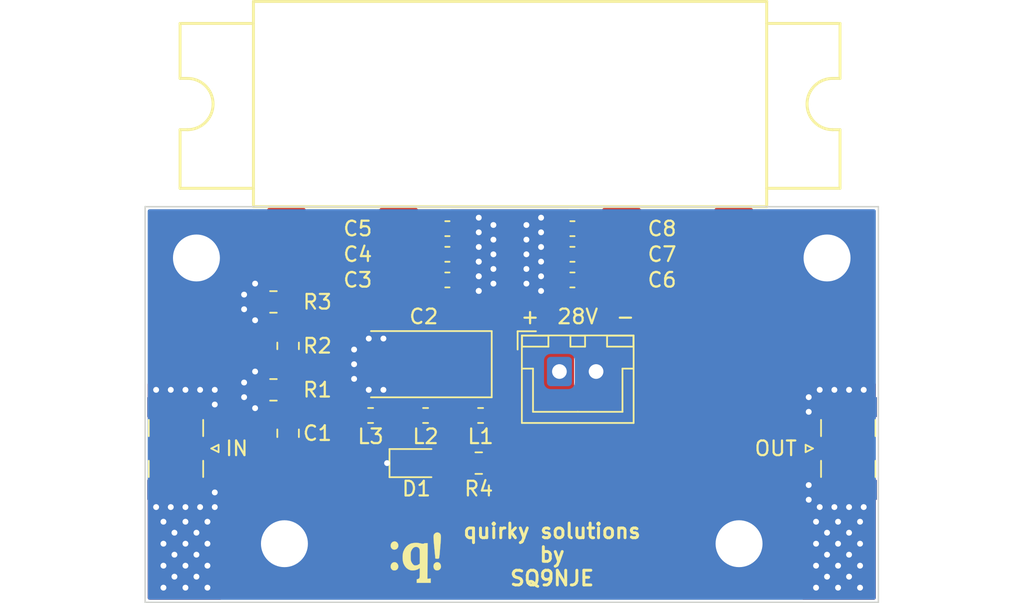
<source format=kicad_pcb>
(kicad_pcb (version 20171130) (host pcbnew 5.1.9-73d0e3b20d~88~ubuntu20.04.1)

  (general
    (thickness 0.8)
    (drawings 13)
    (tracks 166)
    (zones 0)
    (modules 25)
    (nets 10)
  )

  (page A4)
  (title_block
    (title "MHL21336 PA Module")
    (date 2021-01-30)
    (rev 1)
    (company "Quirky Solutions")
    (comment 1 SQ9NJE)
  )

  (layers
    (0 F.Cu signal)
    (31 B.Cu signal)
    (32 B.Adhes user)
    (33 F.Adhes user)
    (34 B.Paste user)
    (35 F.Paste user)
    (36 B.SilkS user)
    (37 F.SilkS user)
    (38 B.Mask user hide)
    (39 F.Mask user hide)
    (40 Dwgs.User user hide)
    (41 Cmts.User user hide)
    (42 Eco1.User user)
    (43 Eco2.User user)
    (44 Edge.Cuts user)
    (45 Margin user)
    (46 B.CrtYd user)
    (47 F.CrtYd user)
    (48 B.Fab user hide)
    (49 F.Fab user hide)
  )

  (setup
    (last_trace_width 0.25)
    (user_trace_width 0.5)
    (user_trace_width 0.8)
    (user_trace_width 1)
    (user_trace_width 1.32)
    (user_trace_width 1.5)
    (user_trace_width 2)
    (trace_clearance 0.2)
    (zone_clearance 0.127)
    (zone_45_only no)
    (trace_min 0.2)
    (via_size 0.8)
    (via_drill 0.4)
    (via_min_size 0.4)
    (via_min_drill 0.3)
    (user_via 1.5 0.6)
    (uvia_size 0.3)
    (uvia_drill 0.1)
    (uvias_allowed no)
    (uvia_min_size 0.2)
    (uvia_min_drill 0.1)
    (edge_width 0.1)
    (segment_width 0.2)
    (pcb_text_width 0.3)
    (pcb_text_size 1.5 1.5)
    (mod_edge_width 0.15)
    (mod_text_size 1 1)
    (mod_text_width 0.15)
    (pad_size 1.27 3.6)
    (pad_drill 0)
    (pad_to_mask_clearance 0)
    (aux_axis_origin 0 0)
    (visible_elements FFFDFF7F)
    (pcbplotparams
      (layerselection 0x010fc_ffffffff)
      (usegerberextensions false)
      (usegerberattributes true)
      (usegerberadvancedattributes true)
      (creategerberjobfile true)
      (excludeedgelayer true)
      (linewidth 0.100000)
      (plotframeref false)
      (viasonmask false)
      (mode 1)
      (useauxorigin false)
      (hpglpennumber 1)
      (hpglpenspeed 20)
      (hpglpendiameter 15.000000)
      (psnegative false)
      (psa4output false)
      (plotreference true)
      (plotvalue false)
      (plotinvisibletext false)
      (padsonsilk true)
      (subtractmaskfromsilk false)
      (outputformat 1)
      (mirror false)
      (drillshape 0)
      (scaleselection 1)
      (outputdirectory "fab/"))
  )

  (net 0 "")
  (net 1 GND)
  (net 2 "Net-(C1-Pad1)")
  (net 3 "Net-(D1-Pad2)")
  (net 4 "Net-(C1-Pad2)")
  (net 5 "Net-(C2-Pad1)")
  (net 6 "Net-(J2-Pad1)")
  (net 7 "Net-(L1-Pad2)")
  (net 8 "Net-(L2-Pad2)")
  (net 9 "Net-(R2-Pad1)")

  (net_class Default "This is the default net class."
    (clearance 0.2)
    (trace_width 0.25)
    (via_dia 0.8)
    (via_drill 0.4)
    (uvia_dia 0.3)
    (uvia_drill 0.1)
    (add_net GND)
    (add_net "Net-(C1-Pad1)")
    (add_net "Net-(C1-Pad2)")
    (add_net "Net-(C2-Pad1)")
    (add_net "Net-(D1-Pad2)")
    (add_net "Net-(J2-Pad1)")
    (add_net "Net-(L1-Pad2)")
    (add_net "Net-(L2-Pad2)")
    (add_net "Net-(R2-Pad1)")
  )

  (module QS_RF:qs_logo (layer F.Cu) (tedit 0) (tstamp 600DF6DC)
    (at 122 67)
    (fp_text reference Ref** (at 0 0) (layer F.SilkS) hide
      (effects (font (size 1.27 1.27) (thickness 0.15)))
    )
    (fp_text value Val** (at 0 0) (layer F.SilkS) hide
      (effects (font (size 1.27 1.27) (thickness 0.15)))
    )
    (fp_poly (pts (xy -1.399691 -1.14069) (xy -1.327468 -1.094921) (xy -1.27282 -1.027422) (xy -1.23967 -0.944925)
      (xy -1.231941 -0.854166) (xy -1.253557 -0.761878) (xy -1.308441 -0.674795) (xy -1.309434 -0.673678)
      (xy -1.380215 -0.622736) (xy -1.469499 -0.597289) (xy -1.56136 -0.599635) (xy -1.632526 -0.627052)
      (xy -1.704702 -0.695812) (xy -1.746007 -0.782649) (xy -1.757392 -0.878056) (xy -1.739811 -0.972527)
      (xy -1.694213 -1.056557) (xy -1.62155 -1.120639) (xy -1.581169 -1.140097) (xy -1.485566 -1.157993)
      (xy -1.399691 -1.14069)) (layer F.SilkS) (width 0.01))
    (fp_poly (pts (xy 1.535315 -1.74531) (xy 1.60501 -1.692188) (xy 1.632972 -1.651331) (xy 1.647544 -1.619807)
      (xy 1.658511 -1.583821) (xy 1.665808 -1.538948) (xy 1.669367 -1.480762) (xy 1.669121 -1.404838)
      (xy 1.665003 -1.306749) (xy 1.656947 -1.18207) (xy 1.644884 -1.026375) (xy 1.628749 -0.835238)
      (xy 1.618919 -0.722552) (xy 1.601805 -0.52508) (xy 1.588007 -0.365677) (xy 1.576431 -0.24031)
      (xy 1.565984 -0.144944) (xy 1.555572 -0.075545) (xy 1.5441 -0.028079) (xy 1.530474 0.001487)
      (xy 1.5136 0.017187) (xy 1.492384 0.023056) (xy 1.465733 0.023127) (xy 1.432551 0.021434)
      (xy 1.417207 0.021166) (xy 1.35045 0.018744) (xy 1.304646 0.012452) (xy 1.290881 0.005291)
      (xy 1.288886 -0.018936) (xy 1.283367 -0.080132) (xy 1.274803 -0.173119) (xy 1.263675 -0.292723)
      (xy 1.250465 -0.433768) (xy 1.235652 -0.591079) (xy 1.227499 -0.677334) (xy 1.207222 -0.893622)
      (xy 1.191135 -1.072015) (xy 1.179171 -1.21674) (xy 1.171264 -1.332019) (xy 1.167347 -1.422079)
      (xy 1.167353 -1.491143) (xy 1.171217 -1.543437) (xy 1.17887 -1.583185) (xy 1.190248 -1.614612)
      (xy 1.205283 -1.641943) (xy 1.212128 -1.65241) (xy 1.279899 -1.721493) (xy 1.362917 -1.759988)
      (xy 1.451336 -1.767918) (xy 1.535315 -1.74531)) (layer F.SilkS) (width 0.01))
    (fp_poly (pts (xy 1.469038 0.263786) (xy 1.547496 0.296293) (xy 1.612426 0.356102) (xy 1.657297 0.439934)
      (xy 1.67558 0.544509) (xy 1.673935 0.591978) (xy 1.646398 0.684238) (xy 1.588392 0.75673)
      (xy 1.509004 0.804755) (xy 1.417326 0.823617) (xy 1.322445 0.80862) (xy 1.286141 0.792365)
      (xy 1.222313 0.735519) (xy 1.180336 0.653573) (xy 1.162163 0.558789) (xy 1.169745 0.463432)
      (xy 1.205033 0.379767) (xy 1.217776 0.36287) (xy 1.297648 0.293795) (xy 1.383579 0.26186)
      (xy 1.469038 0.263786)) (layer F.SilkS) (width 0.01))
    (fp_poly (pts (xy -1.41368 0.275746) (xy -1.340547 0.318342) (xy -1.283598 0.382678) (xy -1.246407 0.462008)
      (xy -1.232549 0.549586) (xy -1.245597 0.638666) (xy -1.289127 0.722499) (xy -1.335507 0.771023)
      (xy -1.414686 0.812653) (xy -1.508839 0.825756) (xy -1.600294 0.808758) (xy -1.625817 0.796864)
      (xy -1.697596 0.735271) (xy -1.740924 0.652716) (xy -1.756406 0.559025) (xy -1.744646 0.464026)
      (xy -1.706247 0.377545) (xy -1.641816 0.309407) (xy -1.594199 0.282762) (xy -1.499422 0.261638)
      (xy -1.41368 0.275746)) (layer F.SilkS) (width 0.01))
    (fp_poly (pts (xy 0.12416 -1.050565) (xy 0.246471 -1.028666) (xy 0.358462 -1.004448) (xy 0.445165 -0.99589)
      (xy 0.501329 -1.003236) (xy 0.518583 -1.016001) (xy 0.545432 -1.027731) (xy 0.600615 -1.035418)
      (xy 0.647801 -1.037167) (xy 0.763937 -1.037167) (xy 0.757677 0.179487) (xy 0.751416 1.396142)
      (xy 0.973666 1.370004) (xy 0.973666 1.672166) (xy 0.021166 1.672166) (xy 0.021166 1.545166)
      (xy 0.022364 1.474722) (xy 0.02859 1.436684) (xy 0.043792 1.421137) (xy 0.071738 1.418166)
      (xy 0.125328 1.404981) (xy 0.17228 1.37775) (xy 0.190875 1.36094) (xy 0.204347 1.340744)
      (xy 0.213697 1.310374) (xy 0.219923 1.26304) (xy 0.224026 1.191951) (xy 0.227006 1.090318)
      (xy 0.229062 0.992093) (xy 0.231378 0.86449) (xy 0.232125 0.773798) (xy 0.230749 0.714606)
      (xy 0.226699 0.681504) (xy 0.219424 0.669081) (xy 0.208372 0.671928) (xy 0.197312 0.680793)
      (xy 0.096994 0.745754) (xy -0.029498 0.793139) (xy -0.168669 0.820154) (xy -0.307024 0.824004)
      (xy -0.413076 0.8072) (xy -0.558082 0.746609) (xy -0.685778 0.650093) (xy -0.792022 0.52196)
      (xy -0.872675 0.36652) (xy -0.893946 0.306916) (xy -0.923929 0.175233) (xy -0.939728 0.022416)
      (xy -0.941381 -0.137322) (xy -0.939657 -0.158434) (xy -0.391329 -0.158434) (xy -0.391321 -0.148167)
      (xy -0.39046 -0.028151) (xy -0.387308 0.059322) (xy -0.380628 0.124026) (xy -0.36918 0.175738)
      (xy -0.351727 0.224234) (xy -0.341023 0.248862) (xy -0.298144 0.325504) (xy -0.244639 0.396796)
      (xy -0.216177 0.425826) (xy -0.166811 0.464797) (xy -0.123266 0.482501) (xy -0.066215 0.484794)
      (xy -0.029877 0.482265) (xy 0.074343 0.461249) (xy 0.157223 0.415349) (xy 0.232833 0.357678)
      (xy 0.232754 -0.122786) (xy 0.232477 -0.279091) (xy 0.231402 -0.398981) (xy 0.229072 -0.488372)
      (xy 0.225032 -0.553181) (xy 0.218826 -0.599325) (xy 0.209999 -0.632721) (xy 0.198094 -0.659285)
      (xy 0.190411 -0.67257) (xy 0.132607 -0.73804) (xy 0.053643 -0.773644) (xy -0.040582 -0.783167)
      (xy -0.140716 -0.763346) (xy -0.228683 -0.703602) (xy -0.305027 -0.603514) (xy -0.328084 -0.560917)
      (xy -0.353765 -0.507576) (xy -0.37138 -0.46186) (xy -0.382436 -0.413929) (xy -0.388441 -0.353942)
      (xy -0.390903 -0.272057) (xy -0.391329 -0.158434) (xy -0.939657 -0.158434) (xy -0.928929 -0.289766)
      (xy -0.90241 -0.420705) (xy -0.891817 -0.453392) (xy -0.80679 -0.639677) (xy -0.698246 -0.791694)
      (xy -0.564402 -0.911503) (xy -0.427041 -0.990657) (xy -0.314183 -1.027784) (xy -0.175291 -1.050675)
      (xy -0.024473 -1.058534) (xy 0.12416 -1.050565)) (layer F.SilkS) (width 0.01))
  )

  (module Resistor_SMD:R_0805_2012Metric_Pad1.20x1.40mm_HandSolder (layer F.Cu) (tedit 5F68FEEE) (tstamp 6008FF7E)
    (at 126.25 60.5 180)
    (descr "Resistor SMD 0805 (2012 Metric), square (rectangular) end terminal, IPC_7351 nominal with elongated pad for handsoldering. (Body size source: IPC-SM-782 page 72, https://www.pcb-3d.com/wordpress/wp-content/uploads/ipc-sm-782a_amendment_1_and_2.pdf), generated with kicad-footprint-generator")
    (tags "resistor handsolder")
    (path /5C8BE96D)
    (attr smd)
    (fp_text reference R4 (at 0 -1.75) (layer F.SilkS)
      (effects (font (size 1 1) (thickness 0.15)))
    )
    (fp_text value 47k (at 0 1.65) (layer F.Fab)
      (effects (font (size 1 1) (thickness 0.15)))
    )
    (fp_line (start 1.85 0.95) (end -1.85 0.95) (layer F.CrtYd) (width 0.05))
    (fp_line (start 1.85 -0.95) (end 1.85 0.95) (layer F.CrtYd) (width 0.05))
    (fp_line (start -1.85 -0.95) (end 1.85 -0.95) (layer F.CrtYd) (width 0.05))
    (fp_line (start -1.85 0.95) (end -1.85 -0.95) (layer F.CrtYd) (width 0.05))
    (fp_line (start -0.227064 0.735) (end 0.227064 0.735) (layer F.SilkS) (width 0.12))
    (fp_line (start -0.227064 -0.735) (end 0.227064 -0.735) (layer F.SilkS) (width 0.12))
    (fp_line (start 1 0.625) (end -1 0.625) (layer F.Fab) (width 0.1))
    (fp_line (start 1 -0.625) (end 1 0.625) (layer F.Fab) (width 0.1))
    (fp_line (start -1 -0.625) (end 1 -0.625) (layer F.Fab) (width 0.1))
    (fp_line (start -1 0.625) (end -1 -0.625) (layer F.Fab) (width 0.1))
    (fp_text user %R (at 0 0) (layer F.Fab)
      (effects (font (size 0.5 0.5) (thickness 0.08)))
    )
    (pad 2 smd roundrect (at 1 0 180) (size 1.2 1.4) (layers F.Cu F.Paste F.Mask) (roundrect_rratio 0.2083325)
      (net 3 "Net-(D1-Pad2)"))
    (pad 1 smd roundrect (at -1 0 180) (size 1.2 1.4) (layers F.Cu F.Paste F.Mask) (roundrect_rratio 0.2083325)
      (net 5 "Net-(C2-Pad1)"))
    (model ${KISYS3DMOD}/Resistor_SMD.3dshapes/R_0805_2012Metric.wrl
      (at (xyz 0 0 0))
      (scale (xyz 1 1 1))
      (rotate (xyz 0 0 0))
    )
  )

  (module Resistor_SMD:R_0805_2012Metric_Pad1.20x1.40mm_HandSolder (layer F.Cu) (tedit 5F68FEEE) (tstamp 6008FF6D)
    (at 112.25 49.5 180)
    (descr "Resistor SMD 0805 (2012 Metric), square (rectangular) end terminal, IPC_7351 nominal with elongated pad for handsoldering. (Body size source: IPC-SM-782 page 72, https://www.pcb-3d.com/wordpress/wp-content/uploads/ipc-sm-782a_amendment_1_and_2.pdf), generated with kicad-footprint-generator")
    (tags "resistor handsolder")
    (path /6010ABB5)
    (attr smd)
    (fp_text reference R3 (at -3 0) (layer F.SilkS)
      (effects (font (size 1 1) (thickness 0.15)))
    )
    (fp_text value 220 (at 0 1.65) (layer F.Fab)
      (effects (font (size 1 1) (thickness 0.15)))
    )
    (fp_line (start 1.85 0.95) (end -1.85 0.95) (layer F.CrtYd) (width 0.05))
    (fp_line (start 1.85 -0.95) (end 1.85 0.95) (layer F.CrtYd) (width 0.05))
    (fp_line (start -1.85 -0.95) (end 1.85 -0.95) (layer F.CrtYd) (width 0.05))
    (fp_line (start -1.85 0.95) (end -1.85 -0.95) (layer F.CrtYd) (width 0.05))
    (fp_line (start -0.227064 0.735) (end 0.227064 0.735) (layer F.SilkS) (width 0.12))
    (fp_line (start -0.227064 -0.735) (end 0.227064 -0.735) (layer F.SilkS) (width 0.12))
    (fp_line (start 1 0.625) (end -1 0.625) (layer F.Fab) (width 0.1))
    (fp_line (start 1 -0.625) (end 1 0.625) (layer F.Fab) (width 0.1))
    (fp_line (start -1 -0.625) (end 1 -0.625) (layer F.Fab) (width 0.1))
    (fp_line (start -1 0.625) (end -1 -0.625) (layer F.Fab) (width 0.1))
    (fp_text user %R (at 0 0) (layer F.Fab)
      (effects (font (size 0.5 0.5) (thickness 0.08)))
    )
    (pad 2 smd roundrect (at 1 0 180) (size 1.2 1.4) (layers F.Cu F.Paste F.Mask) (roundrect_rratio 0.2083325)
      (net 1 GND))
    (pad 1 smd roundrect (at -1 0 180) (size 1.2 1.4) (layers F.Cu F.Paste F.Mask) (roundrect_rratio 0.2083325)
      (net 9 "Net-(R2-Pad1)"))
    (model ${KISYS3DMOD}/Resistor_SMD.3dshapes/R_0805_2012Metric.wrl
      (at (xyz 0 0 0))
      (scale (xyz 1 1 1))
      (rotate (xyz 0 0 0))
    )
  )

  (module Resistor_SMD:R_0805_2012Metric_Pad1.20x1.40mm_HandSolder (layer F.Cu) (tedit 5F68FEEE) (tstamp 6008FF5C)
    (at 113.25 52.5 270)
    (descr "Resistor SMD 0805 (2012 Metric), square (rectangular) end terminal, IPC_7351 nominal with elongated pad for handsoldering. (Body size source: IPC-SM-782 page 72, https://www.pcb-3d.com/wordpress/wp-content/uploads/ipc-sm-782a_amendment_1_and_2.pdf), generated with kicad-footprint-generator")
    (tags "resistor handsolder")
    (path /6010B191)
    (attr smd)
    (fp_text reference R2 (at 0 -2 180) (layer F.SilkS)
      (effects (font (size 1 1) (thickness 0.15)))
    )
    (fp_text value 24 (at 0 1.65 90) (layer F.Fab)
      (effects (font (size 1 1) (thickness 0.15)))
    )
    (fp_line (start 1.85 0.95) (end -1.85 0.95) (layer F.CrtYd) (width 0.05))
    (fp_line (start 1.85 -0.95) (end 1.85 0.95) (layer F.CrtYd) (width 0.05))
    (fp_line (start -1.85 -0.95) (end 1.85 -0.95) (layer F.CrtYd) (width 0.05))
    (fp_line (start -1.85 0.95) (end -1.85 -0.95) (layer F.CrtYd) (width 0.05))
    (fp_line (start -0.227064 0.735) (end 0.227064 0.735) (layer F.SilkS) (width 0.12))
    (fp_line (start -0.227064 -0.735) (end 0.227064 -0.735) (layer F.SilkS) (width 0.12))
    (fp_line (start 1 0.625) (end -1 0.625) (layer F.Fab) (width 0.1))
    (fp_line (start 1 -0.625) (end 1 0.625) (layer F.Fab) (width 0.1))
    (fp_line (start -1 -0.625) (end 1 -0.625) (layer F.Fab) (width 0.1))
    (fp_line (start -1 0.625) (end -1 -0.625) (layer F.Fab) (width 0.1))
    (fp_text user %R (at 0 0 90) (layer F.Fab)
      (effects (font (size 0.5 0.5) (thickness 0.08)))
    )
    (pad 2 smd roundrect (at 1 0 270) (size 1.2 1.4) (layers F.Cu F.Paste F.Mask) (roundrect_rratio 0.2083325)
      (net 2 "Net-(C1-Pad1)"))
    (pad 1 smd roundrect (at -1 0 270) (size 1.2 1.4) (layers F.Cu F.Paste F.Mask) (roundrect_rratio 0.2083325)
      (net 9 "Net-(R2-Pad1)"))
    (model ${KISYS3DMOD}/Resistor_SMD.3dshapes/R_0805_2012Metric.wrl
      (at (xyz 0 0 0))
      (scale (xyz 1 1 1))
      (rotate (xyz 0 0 0))
    )
  )

  (module Resistor_SMD:R_0805_2012Metric_Pad1.20x1.40mm_HandSolder (layer F.Cu) (tedit 5F68FEEE) (tstamp 6008FF4B)
    (at 112.25 55.5 180)
    (descr "Resistor SMD 0805 (2012 Metric), square (rectangular) end terminal, IPC_7351 nominal with elongated pad for handsoldering. (Body size source: IPC-SM-782 page 72, https://www.pcb-3d.com/wordpress/wp-content/uploads/ipc-sm-782a_amendment_1_and_2.pdf), generated with kicad-footprint-generator")
    (tags "resistor handsolder")
    (path /601098D6)
    (attr smd)
    (fp_text reference R1 (at -3 0) (layer F.SilkS)
      (effects (font (size 1 1) (thickness 0.15)))
    )
    (fp_text value 220 (at 0 1.65) (layer F.Fab)
      (effects (font (size 1 1) (thickness 0.15)))
    )
    (fp_line (start 1.85 0.95) (end -1.85 0.95) (layer F.CrtYd) (width 0.05))
    (fp_line (start 1.85 -0.95) (end 1.85 0.95) (layer F.CrtYd) (width 0.05))
    (fp_line (start -1.85 -0.95) (end 1.85 -0.95) (layer F.CrtYd) (width 0.05))
    (fp_line (start -1.85 0.95) (end -1.85 -0.95) (layer F.CrtYd) (width 0.05))
    (fp_line (start -0.227064 0.735) (end 0.227064 0.735) (layer F.SilkS) (width 0.12))
    (fp_line (start -0.227064 -0.735) (end 0.227064 -0.735) (layer F.SilkS) (width 0.12))
    (fp_line (start 1 0.625) (end -1 0.625) (layer F.Fab) (width 0.1))
    (fp_line (start 1 -0.625) (end 1 0.625) (layer F.Fab) (width 0.1))
    (fp_line (start -1 -0.625) (end 1 -0.625) (layer F.Fab) (width 0.1))
    (fp_line (start -1 0.625) (end -1 -0.625) (layer F.Fab) (width 0.1))
    (fp_text user %R (at 0 0) (layer F.Fab)
      (effects (font (size 0.5 0.5) (thickness 0.08)))
    )
    (pad 2 smd roundrect (at 1 0 180) (size 1.2 1.4) (layers F.Cu F.Paste F.Mask) (roundrect_rratio 0.2083325)
      (net 1 GND))
    (pad 1 smd roundrect (at -1 0 180) (size 1.2 1.4) (layers F.Cu F.Paste F.Mask) (roundrect_rratio 0.2083325)
      (net 2 "Net-(C1-Pad1)"))
    (model ${KISYS3DMOD}/Resistor_SMD.3dshapes/R_0805_2012Metric.wrl
      (at (xyz 0 0 0))
      (scale (xyz 1 1 1))
      (rotate (xyz 0 0 0))
    )
  )

  (module Capacitor_SMD:C_0805_2012Metric_Pad1.18x1.45mm_HandSolder (layer F.Cu) (tedit 5F68FEEF) (tstamp 6008FDC7)
    (at 113.25 58.4625 270)
    (descr "Capacitor SMD 0805 (2012 Metric), square (rectangular) end terminal, IPC_7351 nominal with elongated pad for handsoldering. (Body size source: IPC-SM-782 page 76, https://www.pcb-3d.com/wordpress/wp-content/uploads/ipc-sm-782a_amendment_1_and_2.pdf, https://docs.google.com/spreadsheets/d/1BsfQQcO9C6DZCsRaXUlFlo91Tg2WpOkGARC1WS5S8t0/edit?usp=sharing), generated with kicad-footprint-generator")
    (tags "capacitor handsolder")
    (path /600A3FD1)
    (attr smd)
    (fp_text reference C1 (at 0 -2 180) (layer F.SilkS)
      (effects (font (size 1 1) (thickness 0.15)))
    )
    (fp_text value 1n (at 0 1.68 90) (layer F.Fab)
      (effects (font (size 1 1) (thickness 0.15)))
    )
    (fp_line (start 1.88 0.98) (end -1.88 0.98) (layer F.CrtYd) (width 0.05))
    (fp_line (start 1.88 -0.98) (end 1.88 0.98) (layer F.CrtYd) (width 0.05))
    (fp_line (start -1.88 -0.98) (end 1.88 -0.98) (layer F.CrtYd) (width 0.05))
    (fp_line (start -1.88 0.98) (end -1.88 -0.98) (layer F.CrtYd) (width 0.05))
    (fp_line (start -0.261252 0.735) (end 0.261252 0.735) (layer F.SilkS) (width 0.12))
    (fp_line (start -0.261252 -0.735) (end 0.261252 -0.735) (layer F.SilkS) (width 0.12))
    (fp_line (start 1 0.625) (end -1 0.625) (layer F.Fab) (width 0.1))
    (fp_line (start 1 -0.625) (end 1 0.625) (layer F.Fab) (width 0.1))
    (fp_line (start -1 -0.625) (end 1 -0.625) (layer F.Fab) (width 0.1))
    (fp_line (start -1 0.625) (end -1 -0.625) (layer F.Fab) (width 0.1))
    (fp_text user %R (at 0 0 90) (layer F.Fab)
      (effects (font (size 0.5 0.5) (thickness 0.08)))
    )
    (pad 2 smd roundrect (at 1.0375 0 270) (size 1.175 1.45) (layers F.Cu F.Paste F.Mask) (roundrect_rratio 0.2127659574468085)
      (net 4 "Net-(C1-Pad2)"))
    (pad 1 smd roundrect (at -1.0375 0 270) (size 1.175 1.45) (layers F.Cu F.Paste F.Mask) (roundrect_rratio 0.2127659574468085)
      (net 2 "Net-(C1-Pad1)"))
    (model ${KISYS3DMOD}/Capacitor_SMD.3dshapes/C_0805_2012Metric.wrl
      (at (xyz 0 0 0))
      (scale (xyz 1 1 1))
      (rotate (xyz 0 0 0))
    )
  )

  (module Capacitor_SMD:C_0603_1608Metric_Pad1.08x0.95mm_HandSolder (layer F.Cu) (tedit 5F68FEEF) (tstamp 6008FE3E)
    (at 132.6375 44.5)
    (descr "Capacitor SMD 0603 (1608 Metric), square (rectangular) end terminal, IPC_7351 nominal with elongated pad for handsoldering. (Body size source: IPC-SM-782 page 76, https://www.pcb-3d.com/wordpress/wp-content/uploads/ipc-sm-782a_amendment_1_and_2.pdf), generated with kicad-footprint-generator")
    (tags "capacitor handsolder")
    (path /600BD8A9)
    (attr smd)
    (fp_text reference C8 (at 6.1125 0) (layer F.SilkS)
      (effects (font (size 1 1) (thickness 0.15)))
    )
    (fp_text value 10p (at 0 1.43) (layer F.Fab)
      (effects (font (size 1 1) (thickness 0.15)))
    )
    (fp_line (start -0.8 0.4) (end -0.8 -0.4) (layer F.Fab) (width 0.1))
    (fp_line (start -0.8 -0.4) (end 0.8 -0.4) (layer F.Fab) (width 0.1))
    (fp_line (start 0.8 -0.4) (end 0.8 0.4) (layer F.Fab) (width 0.1))
    (fp_line (start 0.8 0.4) (end -0.8 0.4) (layer F.Fab) (width 0.1))
    (fp_line (start -0.146267 -0.51) (end 0.146267 -0.51) (layer F.SilkS) (width 0.12))
    (fp_line (start -0.146267 0.51) (end 0.146267 0.51) (layer F.SilkS) (width 0.12))
    (fp_line (start -1.65 0.73) (end -1.65 -0.73) (layer F.CrtYd) (width 0.05))
    (fp_line (start -1.65 -0.73) (end 1.65 -0.73) (layer F.CrtYd) (width 0.05))
    (fp_line (start 1.65 -0.73) (end 1.65 0.73) (layer F.CrtYd) (width 0.05))
    (fp_line (start 1.65 0.73) (end -1.65 0.73) (layer F.CrtYd) (width 0.05))
    (fp_text user %R (at 0 0) (layer F.Fab)
      (effects (font (size 0.4 0.4) (thickness 0.06)))
    )
    (pad 2 smd roundrect (at 0.8625 0) (size 1.075 0.95) (layers F.Cu F.Paste F.Mask) (roundrect_rratio 0.25)
      (net 5 "Net-(C2-Pad1)"))
    (pad 1 smd roundrect (at -0.8625 0) (size 1.075 0.95) (layers F.Cu F.Paste F.Mask) (roundrect_rratio 0.25)
      (net 1 GND))
    (model ${KISYS3DMOD}/Capacitor_SMD.3dshapes/C_0603_1608Metric.wrl
      (at (xyz 0 0 0))
      (scale (xyz 1 1 1))
      (rotate (xyz 0 0 0))
    )
  )

  (module Capacitor_SMD:C_0603_1608Metric_Pad1.08x0.95mm_HandSolder (layer F.Cu) (tedit 5F68FEEF) (tstamp 6008FE2D)
    (at 132.6375 46.25)
    (descr "Capacitor SMD 0603 (1608 Metric), square (rectangular) end terminal, IPC_7351 nominal with elongated pad for handsoldering. (Body size source: IPC-SM-782 page 76, https://www.pcb-3d.com/wordpress/wp-content/uploads/ipc-sm-782a_amendment_1_and_2.pdf), generated with kicad-footprint-generator")
    (tags "capacitor handsolder")
    (path /600BD39C)
    (attr smd)
    (fp_text reference C7 (at 6.1125 0) (layer F.SilkS)
      (effects (font (size 1 1) (thickness 0.15)))
    )
    (fp_text value 1n (at 0 1.43) (layer F.Fab)
      (effects (font (size 1 1) (thickness 0.15)))
    )
    (fp_line (start -0.8 0.4) (end -0.8 -0.4) (layer F.Fab) (width 0.1))
    (fp_line (start -0.8 -0.4) (end 0.8 -0.4) (layer F.Fab) (width 0.1))
    (fp_line (start 0.8 -0.4) (end 0.8 0.4) (layer F.Fab) (width 0.1))
    (fp_line (start 0.8 0.4) (end -0.8 0.4) (layer F.Fab) (width 0.1))
    (fp_line (start -0.146267 -0.51) (end 0.146267 -0.51) (layer F.SilkS) (width 0.12))
    (fp_line (start -0.146267 0.51) (end 0.146267 0.51) (layer F.SilkS) (width 0.12))
    (fp_line (start -1.65 0.73) (end -1.65 -0.73) (layer F.CrtYd) (width 0.05))
    (fp_line (start -1.65 -0.73) (end 1.65 -0.73) (layer F.CrtYd) (width 0.05))
    (fp_line (start 1.65 -0.73) (end 1.65 0.73) (layer F.CrtYd) (width 0.05))
    (fp_line (start 1.65 0.73) (end -1.65 0.73) (layer F.CrtYd) (width 0.05))
    (fp_text user %R (at 0 0) (layer F.Fab)
      (effects (font (size 0.4 0.4) (thickness 0.06)))
    )
    (pad 2 smd roundrect (at 0.8625 0) (size 1.075 0.95) (layers F.Cu F.Paste F.Mask) (roundrect_rratio 0.25)
      (net 5 "Net-(C2-Pad1)"))
    (pad 1 smd roundrect (at -0.8625 0) (size 1.075 0.95) (layers F.Cu F.Paste F.Mask) (roundrect_rratio 0.25)
      (net 1 GND))
    (model ${KISYS3DMOD}/Capacitor_SMD.3dshapes/C_0603_1608Metric.wrl
      (at (xyz 0 0 0))
      (scale (xyz 1 1 1))
      (rotate (xyz 0 0 0))
    )
  )

  (module Capacitor_SMD:C_0603_1608Metric_Pad1.08x0.95mm_HandSolder (layer F.Cu) (tedit 5F68FEEF) (tstamp 6008FE1C)
    (at 132.6375 48)
    (descr "Capacitor SMD 0603 (1608 Metric), square (rectangular) end terminal, IPC_7351 nominal with elongated pad for handsoldering. (Body size source: IPC-SM-782 page 76, https://www.pcb-3d.com/wordpress/wp-content/uploads/ipc-sm-782a_amendment_1_and_2.pdf), generated with kicad-footprint-generator")
    (tags "capacitor handsolder")
    (path /600BCC72)
    (attr smd)
    (fp_text reference C6 (at 6.1125 0) (layer F.SilkS)
      (effects (font (size 1 1) (thickness 0.15)))
    )
    (fp_text value 100n (at 0 1.43) (layer F.Fab)
      (effects (font (size 1 1) (thickness 0.15)))
    )
    (fp_line (start -0.8 0.4) (end -0.8 -0.4) (layer F.Fab) (width 0.1))
    (fp_line (start -0.8 -0.4) (end 0.8 -0.4) (layer F.Fab) (width 0.1))
    (fp_line (start 0.8 -0.4) (end 0.8 0.4) (layer F.Fab) (width 0.1))
    (fp_line (start 0.8 0.4) (end -0.8 0.4) (layer F.Fab) (width 0.1))
    (fp_line (start -0.146267 -0.51) (end 0.146267 -0.51) (layer F.SilkS) (width 0.12))
    (fp_line (start -0.146267 0.51) (end 0.146267 0.51) (layer F.SilkS) (width 0.12))
    (fp_line (start -1.65 0.73) (end -1.65 -0.73) (layer F.CrtYd) (width 0.05))
    (fp_line (start -1.65 -0.73) (end 1.65 -0.73) (layer F.CrtYd) (width 0.05))
    (fp_line (start 1.65 -0.73) (end 1.65 0.73) (layer F.CrtYd) (width 0.05))
    (fp_line (start 1.65 0.73) (end -1.65 0.73) (layer F.CrtYd) (width 0.05))
    (fp_text user %R (at 0 0) (layer F.Fab)
      (effects (font (size 0.4 0.4) (thickness 0.06)))
    )
    (pad 2 smd roundrect (at 0.8625 0) (size 1.075 0.95) (layers F.Cu F.Paste F.Mask) (roundrect_rratio 0.25)
      (net 5 "Net-(C2-Pad1)"))
    (pad 1 smd roundrect (at -0.8625 0) (size 1.075 0.95) (layers F.Cu F.Paste F.Mask) (roundrect_rratio 0.25)
      (net 1 GND))
    (model ${KISYS3DMOD}/Capacitor_SMD.3dshapes/C_0603_1608Metric.wrl
      (at (xyz 0 0 0))
      (scale (xyz 1 1 1))
      (rotate (xyz 0 0 0))
    )
  )

  (module Capacitor_SMD:C_0603_1608Metric_Pad1.08x0.95mm_HandSolder (layer F.Cu) (tedit 5F68FEEF) (tstamp 6008FE0B)
    (at 124.1125 44.5)
    (descr "Capacitor SMD 0603 (1608 Metric), square (rectangular) end terminal, IPC_7351 nominal with elongated pad for handsoldering. (Body size source: IPC-SM-782 page 76, https://www.pcb-3d.com/wordpress/wp-content/uploads/ipc-sm-782a_amendment_1_and_2.pdf), generated with kicad-footprint-generator")
    (tags "capacitor handsolder")
    (path /600BBB5E)
    (attr smd)
    (fp_text reference C5 (at -6.1125 0) (layer F.SilkS)
      (effects (font (size 1 1) (thickness 0.15)))
    )
    (fp_text value 10p (at 0 1.43) (layer F.Fab)
      (effects (font (size 1 1) (thickness 0.15)))
    )
    (fp_line (start -0.8 0.4) (end -0.8 -0.4) (layer F.Fab) (width 0.1))
    (fp_line (start -0.8 -0.4) (end 0.8 -0.4) (layer F.Fab) (width 0.1))
    (fp_line (start 0.8 -0.4) (end 0.8 0.4) (layer F.Fab) (width 0.1))
    (fp_line (start 0.8 0.4) (end -0.8 0.4) (layer F.Fab) (width 0.1))
    (fp_line (start -0.146267 -0.51) (end 0.146267 -0.51) (layer F.SilkS) (width 0.12))
    (fp_line (start -0.146267 0.51) (end 0.146267 0.51) (layer F.SilkS) (width 0.12))
    (fp_line (start -1.65 0.73) (end -1.65 -0.73) (layer F.CrtYd) (width 0.05))
    (fp_line (start -1.65 -0.73) (end 1.65 -0.73) (layer F.CrtYd) (width 0.05))
    (fp_line (start 1.65 -0.73) (end 1.65 0.73) (layer F.CrtYd) (width 0.05))
    (fp_line (start 1.65 0.73) (end -1.65 0.73) (layer F.CrtYd) (width 0.05))
    (fp_text user %R (at 0 0) (layer F.Fab)
      (effects (font (size 0.4 0.4) (thickness 0.06)))
    )
    (pad 2 smd roundrect (at 0.8625 0) (size 1.075 0.95) (layers F.Cu F.Paste F.Mask) (roundrect_rratio 0.25)
      (net 1 GND))
    (pad 1 smd roundrect (at -0.8625 0) (size 1.075 0.95) (layers F.Cu F.Paste F.Mask) (roundrect_rratio 0.25)
      (net 5 "Net-(C2-Pad1)"))
    (model ${KISYS3DMOD}/Capacitor_SMD.3dshapes/C_0603_1608Metric.wrl
      (at (xyz 0 0 0))
      (scale (xyz 1 1 1))
      (rotate (xyz 0 0 0))
    )
  )

  (module Capacitor_SMD:C_0603_1608Metric_Pad1.08x0.95mm_HandSolder (layer F.Cu) (tedit 5F68FEEF) (tstamp 6008FDFA)
    (at 124.1125 46.25)
    (descr "Capacitor SMD 0603 (1608 Metric), square (rectangular) end terminal, IPC_7351 nominal with elongated pad for handsoldering. (Body size source: IPC-SM-782 page 76, https://www.pcb-3d.com/wordpress/wp-content/uploads/ipc-sm-782a_amendment_1_and_2.pdf), generated with kicad-footprint-generator")
    (tags "capacitor handsolder")
    (path /600BC07E)
    (attr smd)
    (fp_text reference C4 (at -6.1125 0) (layer F.SilkS)
      (effects (font (size 1 1) (thickness 0.15)))
    )
    (fp_text value 1n (at 0 1.43) (layer F.Fab)
      (effects (font (size 1 1) (thickness 0.15)))
    )
    (fp_line (start -0.8 0.4) (end -0.8 -0.4) (layer F.Fab) (width 0.1))
    (fp_line (start -0.8 -0.4) (end 0.8 -0.4) (layer F.Fab) (width 0.1))
    (fp_line (start 0.8 -0.4) (end 0.8 0.4) (layer F.Fab) (width 0.1))
    (fp_line (start 0.8 0.4) (end -0.8 0.4) (layer F.Fab) (width 0.1))
    (fp_line (start -0.146267 -0.51) (end 0.146267 -0.51) (layer F.SilkS) (width 0.12))
    (fp_line (start -0.146267 0.51) (end 0.146267 0.51) (layer F.SilkS) (width 0.12))
    (fp_line (start -1.65 0.73) (end -1.65 -0.73) (layer F.CrtYd) (width 0.05))
    (fp_line (start -1.65 -0.73) (end 1.65 -0.73) (layer F.CrtYd) (width 0.05))
    (fp_line (start 1.65 -0.73) (end 1.65 0.73) (layer F.CrtYd) (width 0.05))
    (fp_line (start 1.65 0.73) (end -1.65 0.73) (layer F.CrtYd) (width 0.05))
    (fp_text user %R (at 0 0) (layer F.Fab)
      (effects (font (size 0.4 0.4) (thickness 0.06)))
    )
    (pad 2 smd roundrect (at 0.8625 0) (size 1.075 0.95) (layers F.Cu F.Paste F.Mask) (roundrect_rratio 0.25)
      (net 1 GND))
    (pad 1 smd roundrect (at -0.8625 0) (size 1.075 0.95) (layers F.Cu F.Paste F.Mask) (roundrect_rratio 0.25)
      (net 5 "Net-(C2-Pad1)"))
    (model ${KISYS3DMOD}/Capacitor_SMD.3dshapes/C_0603_1608Metric.wrl
      (at (xyz 0 0 0))
      (scale (xyz 1 1 1))
      (rotate (xyz 0 0 0))
    )
  )

  (module Capacitor_SMD:C_0603_1608Metric_Pad1.08x0.95mm_HandSolder (layer F.Cu) (tedit 5F68FEEF) (tstamp 6008FDE9)
    (at 124.1125 48)
    (descr "Capacitor SMD 0603 (1608 Metric), square (rectangular) end terminal, IPC_7351 nominal with elongated pad for handsoldering. (Body size source: IPC-SM-782 page 76, https://www.pcb-3d.com/wordpress/wp-content/uploads/ipc-sm-782a_amendment_1_and_2.pdf), generated with kicad-footprint-generator")
    (tags "capacitor handsolder")
    (path /600BC645)
    (attr smd)
    (fp_text reference C3 (at -6.1125 0) (layer F.SilkS)
      (effects (font (size 1 1) (thickness 0.15)))
    )
    (fp_text value 100n (at 0 1.43) (layer F.Fab)
      (effects (font (size 1 1) (thickness 0.15)))
    )
    (fp_line (start -0.8 0.4) (end -0.8 -0.4) (layer F.Fab) (width 0.1))
    (fp_line (start -0.8 -0.4) (end 0.8 -0.4) (layer F.Fab) (width 0.1))
    (fp_line (start 0.8 -0.4) (end 0.8 0.4) (layer F.Fab) (width 0.1))
    (fp_line (start 0.8 0.4) (end -0.8 0.4) (layer F.Fab) (width 0.1))
    (fp_line (start -0.146267 -0.51) (end 0.146267 -0.51) (layer F.SilkS) (width 0.12))
    (fp_line (start -0.146267 0.51) (end 0.146267 0.51) (layer F.SilkS) (width 0.12))
    (fp_line (start -1.65 0.73) (end -1.65 -0.73) (layer F.CrtYd) (width 0.05))
    (fp_line (start -1.65 -0.73) (end 1.65 -0.73) (layer F.CrtYd) (width 0.05))
    (fp_line (start 1.65 -0.73) (end 1.65 0.73) (layer F.CrtYd) (width 0.05))
    (fp_line (start 1.65 0.73) (end -1.65 0.73) (layer F.CrtYd) (width 0.05))
    (fp_text user %R (at 0 0) (layer F.Fab)
      (effects (font (size 0.4 0.4) (thickness 0.06)))
    )
    (pad 2 smd roundrect (at 0.8625 0) (size 1.075 0.95) (layers F.Cu F.Paste F.Mask) (roundrect_rratio 0.25)
      (net 1 GND))
    (pad 1 smd roundrect (at -0.8625 0) (size 1.075 0.95) (layers F.Cu F.Paste F.Mask) (roundrect_rratio 0.25)
      (net 5 "Net-(C2-Pad1)"))
    (model ${KISYS3DMOD}/Capacitor_SMD.3dshapes/C_0603_1608Metric.wrl
      (at (xyz 0 0 0))
      (scale (xyz 1 1 1))
      (rotate (xyz 0 0 0))
    )
  )

  (module Capacitor_Tantalum_SMD:CP_EIA-7343-31_Kemet-D_Pad2.25x2.55mm_HandSolder (layer F.Cu) (tedit 5EBA9318) (tstamp 6008FDD8)
    (at 122.55 53.75 180)
    (descr "Tantalum Capacitor SMD Kemet-D (7343-31 Metric), IPC_7351 nominal, (Body size from: http://www.kemet.com/Lists/ProductCatalog/Attachments/253/KEM_TC101_STD.pdf), generated with kicad-footprint-generator")
    (tags "capacitor tantalum")
    (path /60104B40)
    (attr smd)
    (fp_text reference C2 (at 0.05 3.25) (layer F.SilkS)
      (effects (font (size 1 1) (thickness 0.15)))
    )
    (fp_text value 22u/35V (at 0 3.1) (layer F.Fab)
      (effects (font (size 1 1) (thickness 0.15)))
    )
    (fp_line (start 3.65 -2.15) (end -2.65 -2.15) (layer F.Fab) (width 0.1))
    (fp_line (start -2.65 -2.15) (end -3.65 -1.15) (layer F.Fab) (width 0.1))
    (fp_line (start -3.65 -1.15) (end -3.65 2.15) (layer F.Fab) (width 0.1))
    (fp_line (start -3.65 2.15) (end 3.65 2.15) (layer F.Fab) (width 0.1))
    (fp_line (start 3.65 2.15) (end 3.65 -2.15) (layer F.Fab) (width 0.1))
    (fp_line (start 3.65 -2.26) (end -4.585 -2.26) (layer F.SilkS) (width 0.12))
    (fp_line (start -4.585 -2.26) (end -4.585 2.26) (layer F.SilkS) (width 0.12))
    (fp_line (start -4.585 2.26) (end 3.65 2.26) (layer F.SilkS) (width 0.12))
    (fp_line (start -4.58 2.4) (end -4.58 -2.4) (layer F.CrtYd) (width 0.05))
    (fp_line (start -4.58 -2.4) (end 4.58 -2.4) (layer F.CrtYd) (width 0.05))
    (fp_line (start 4.58 -2.4) (end 4.58 2.4) (layer F.CrtYd) (width 0.05))
    (fp_line (start 4.58 2.4) (end -4.58 2.4) (layer F.CrtYd) (width 0.05))
    (fp_text user %R (at 0 0) (layer F.Fab)
      (effects (font (size 1 1) (thickness 0.15)))
    )
    (pad 2 smd roundrect (at 3.2 0 180) (size 2.25 2.55) (layers F.Cu F.Paste F.Mask) (roundrect_rratio 0.1111106666666667)
      (net 1 GND))
    (pad 1 smd roundrect (at -3.2 0 180) (size 2.25 2.55) (layers F.Cu F.Paste F.Mask) (roundrect_rratio 0.1111106666666667)
      (net 5 "Net-(C2-Pad1)"))
    (model ${KISYS3DMOD}/Capacitor_Tantalum_SMD.3dshapes/CP_EIA-7343-31_Kemet-D.wrl
      (at (xyz 0 0 0))
      (scale (xyz 1 1 1))
      (rotate (xyz 0 0 0))
    )
  )

  (module MHL21336:MHL21336 (layer F.Cu) (tedit 5C8FA07B) (tstamp 6008FF98)
    (at 128.385 42.995)
    (path /5C8B9490)
    (fp_text reference U1 (at 0 2.54) (layer F.SilkS) hide
      (effects (font (size 1 1) (thickness 0.15)))
    )
    (fp_text value MHL21336 (at 0 -10.16) (layer F.Fab) hide
      (effects (font (size 1 1) (thickness 0.15)))
    )
    (fp_line (start 22.5 -5.25) (end 22 -5.25) (layer F.SilkS) (width 0.2))
    (fp_line (start 22.5 -8.75) (end 22 -8.75) (layer F.SilkS) (width 0.2))
    (fp_line (start 22.5 -12.5) (end 22.5 -8.75) (layer F.SilkS) (width 0.2))
    (fp_line (start 17.5 -12.5) (end 22.5 -12.5) (layer F.SilkS) (width 0.2))
    (fp_line (start 22.5 -1.25) (end 22.5 -5.25) (layer F.SilkS) (width 0.2))
    (fp_line (start -22.5 -8.75) (end -22 -8.75) (layer F.SilkS) (width 0.2))
    (fp_line (start -22.5 -12.5) (end -22.5 -8.75) (layer F.SilkS) (width 0.2))
    (fp_line (start -17.5 -12.5) (end -22.5 -12.5) (layer F.SilkS) (width 0.2))
    (fp_line (start -22.5 -5.25) (end -22 -5.25) (layer F.SilkS) (width 0.2))
    (fp_line (start -22.5 -1.25) (end -22.5 -5.25) (layer F.SilkS) (width 0.2))
    (fp_line (start 17.5 -1.25) (end 22.5 -1.25) (layer F.SilkS) (width 0.2))
    (fp_line (start -22.5 -1.25) (end -17.5 -1.25) (layer F.SilkS) (width 0.2))
    (fp_line (start -17.5 -14) (end -17.5 0) (layer F.SilkS) (width 0.2))
    (fp_line (start 17.5 -14) (end -17.5 -14) (layer F.SilkS) (width 0.2))
    (fp_line (start 17.5 0) (end 17.5 -14) (layer F.SilkS) (width 0.2))
    (fp_line (start -17.5 0) (end 17.5 0) (layer F.SilkS) (width 0.2))
    (fp_arc (start 22 -7) (end 22 -5.25) (angle 180) (layer F.SilkS) (width 0.2))
    (fp_arc (start -22 -7) (end -22 -5.25) (angle -180) (layer F.SilkS) (width 0.2))
    (pad 4 smd roundrect (at 15.25 2.5) (size 2.75 5) (layers F.Cu F.Paste F.Mask) (roundrect_rratio 0.145)
      (net 6 "Net-(J2-Pad1)"))
    (pad 3 smd roundrect (at 7.6 2.5) (size 2.75 5) (layers F.Cu F.Paste F.Mask) (roundrect_rratio 0.145)
      (net 5 "Net-(C2-Pad1)"))
    (pad 2 smd roundrect (at -7.6 2.5) (size 2.75 5) (layers F.Cu F.Paste F.Mask) (roundrect_rratio 0.145)
      (net 5 "Net-(C2-Pad1)"))
    (pad 1 smd roundrect (at -15.25 2.5) (size 2.75 5) (layers F.Cu F.Paste F.Mask) (roundrect_rratio 0.145)
      (net 9 "Net-(R2-Pad1)"))
  )

  (module Inductor_SMD:L_0603_1608Metric_Pad1.05x0.95mm_HandSolder (layer F.Cu) (tedit 5F68FEF0) (tstamp 6008FF3A)
    (at 118.875 57.25 180)
    (descr "Inductor SMD 0603 (1608 Metric), square (rectangular) end terminal, IPC_7351 nominal with elongated pad for handsoldering. (Body size source: http://www.tortai-tech.com/upload/download/2011102023233369053.pdf), generated with kicad-footprint-generator")
    (tags "inductor handsolder")
    (path /600B3C41)
    (attr smd)
    (fp_text reference L3 (at 0 -1.43) (layer F.SilkS)
      (effects (font (size 1 1) (thickness 0.15)))
    )
    (fp_text value 18nH (at 0 1.43) (layer F.Fab)
      (effects (font (size 1 1) (thickness 0.15)))
    )
    (fp_line (start 1.65 0.73) (end -1.65 0.73) (layer F.CrtYd) (width 0.05))
    (fp_line (start 1.65 -0.73) (end 1.65 0.73) (layer F.CrtYd) (width 0.05))
    (fp_line (start -1.65 -0.73) (end 1.65 -0.73) (layer F.CrtYd) (width 0.05))
    (fp_line (start -1.65 0.73) (end -1.65 -0.73) (layer F.CrtYd) (width 0.05))
    (fp_line (start -0.171267 0.51) (end 0.171267 0.51) (layer F.SilkS) (width 0.12))
    (fp_line (start -0.171267 -0.51) (end 0.171267 -0.51) (layer F.SilkS) (width 0.12))
    (fp_line (start 0.8 0.4) (end -0.8 0.4) (layer F.Fab) (width 0.1))
    (fp_line (start 0.8 -0.4) (end 0.8 0.4) (layer F.Fab) (width 0.1))
    (fp_line (start -0.8 -0.4) (end 0.8 -0.4) (layer F.Fab) (width 0.1))
    (fp_line (start -0.8 0.4) (end -0.8 -0.4) (layer F.Fab) (width 0.1))
    (fp_text user %R (at 0 0) (layer F.Fab)
      (effects (font (size 0.4 0.4) (thickness 0.06)))
    )
    (pad 2 smd roundrect (at 0.875 0 180) (size 1.05 0.95) (layers F.Cu F.Paste F.Mask) (roundrect_rratio 0.25)
      (net 4 "Net-(C1-Pad2)"))
    (pad 1 smd roundrect (at -0.875 0 180) (size 1.05 0.95) (layers F.Cu F.Paste F.Mask) (roundrect_rratio 0.25)
      (net 8 "Net-(L2-Pad2)"))
    (model ${KISYS3DMOD}/Inductor_SMD.3dshapes/L_0603_1608Metric.wrl
      (at (xyz 0 0 0))
      (scale (xyz 1 1 1))
      (rotate (xyz 0 0 0))
    )
  )

  (module Inductor_SMD:L_0603_1608Metric_Pad1.05x0.95mm_HandSolder (layer F.Cu) (tedit 5F68FEF0) (tstamp 6008FF29)
    (at 122.625 57.25 180)
    (descr "Inductor SMD 0603 (1608 Metric), square (rectangular) end terminal, IPC_7351 nominal with elongated pad for handsoldering. (Body size source: http://www.tortai-tech.com/upload/download/2011102023233369053.pdf), generated with kicad-footprint-generator")
    (tags "inductor handsolder")
    (path /60124024)
    (attr smd)
    (fp_text reference L2 (at 0 -1.43) (layer F.SilkS)
      (effects (font (size 1 1) (thickness 0.15)))
    )
    (fp_text value 18nH (at 0 1.43) (layer F.Fab)
      (effects (font (size 1 1) (thickness 0.15)))
    )
    (fp_line (start 1.65 0.73) (end -1.65 0.73) (layer F.CrtYd) (width 0.05))
    (fp_line (start 1.65 -0.73) (end 1.65 0.73) (layer F.CrtYd) (width 0.05))
    (fp_line (start -1.65 -0.73) (end 1.65 -0.73) (layer F.CrtYd) (width 0.05))
    (fp_line (start -1.65 0.73) (end -1.65 -0.73) (layer F.CrtYd) (width 0.05))
    (fp_line (start -0.171267 0.51) (end 0.171267 0.51) (layer F.SilkS) (width 0.12))
    (fp_line (start -0.171267 -0.51) (end 0.171267 -0.51) (layer F.SilkS) (width 0.12))
    (fp_line (start 0.8 0.4) (end -0.8 0.4) (layer F.Fab) (width 0.1))
    (fp_line (start 0.8 -0.4) (end 0.8 0.4) (layer F.Fab) (width 0.1))
    (fp_line (start -0.8 -0.4) (end 0.8 -0.4) (layer F.Fab) (width 0.1))
    (fp_line (start -0.8 0.4) (end -0.8 -0.4) (layer F.Fab) (width 0.1))
    (fp_text user %R (at 0 0) (layer F.Fab)
      (effects (font (size 0.4 0.4) (thickness 0.06)))
    )
    (pad 2 smd roundrect (at 0.875 0 180) (size 1.05 0.95) (layers F.Cu F.Paste F.Mask) (roundrect_rratio 0.25)
      (net 8 "Net-(L2-Pad2)"))
    (pad 1 smd roundrect (at -0.875 0 180) (size 1.05 0.95) (layers F.Cu F.Paste F.Mask) (roundrect_rratio 0.25)
      (net 7 "Net-(L1-Pad2)"))
    (model ${KISYS3DMOD}/Inductor_SMD.3dshapes/L_0603_1608Metric.wrl
      (at (xyz 0 0 0))
      (scale (xyz 1 1 1))
      (rotate (xyz 0 0 0))
    )
  )

  (module Inductor_SMD:L_0603_1608Metric_Pad1.05x0.95mm_HandSolder (layer F.Cu) (tedit 5F68FEF0) (tstamp 60090229)
    (at 126.375 57.25 180)
    (descr "Inductor SMD 0603 (1608 Metric), square (rectangular) end terminal, IPC_7351 nominal with elongated pad for handsoldering. (Body size source: http://www.tortai-tech.com/upload/download/2011102023233369053.pdf), generated with kicad-footprint-generator")
    (tags "inductor handsolder")
    (path /60137806)
    (attr smd)
    (fp_text reference L1 (at 0 -1.43) (layer F.SilkS)
      (effects (font (size 1 1) (thickness 0.15)))
    )
    (fp_text value 18nH (at 0 1.43) (layer F.Fab)
      (effects (font (size 1 1) (thickness 0.15)))
    )
    (fp_line (start 1.65 0.73) (end -1.65 0.73) (layer F.CrtYd) (width 0.05))
    (fp_line (start 1.65 -0.73) (end 1.65 0.73) (layer F.CrtYd) (width 0.05))
    (fp_line (start -1.65 -0.73) (end 1.65 -0.73) (layer F.CrtYd) (width 0.05))
    (fp_line (start -1.65 0.73) (end -1.65 -0.73) (layer F.CrtYd) (width 0.05))
    (fp_line (start -0.171267 0.51) (end 0.171267 0.51) (layer F.SilkS) (width 0.12))
    (fp_line (start -0.171267 -0.51) (end 0.171267 -0.51) (layer F.SilkS) (width 0.12))
    (fp_line (start 0.8 0.4) (end -0.8 0.4) (layer F.Fab) (width 0.1))
    (fp_line (start 0.8 -0.4) (end 0.8 0.4) (layer F.Fab) (width 0.1))
    (fp_line (start -0.8 -0.4) (end 0.8 -0.4) (layer F.Fab) (width 0.1))
    (fp_line (start -0.8 0.4) (end -0.8 -0.4) (layer F.Fab) (width 0.1))
    (fp_text user %R (at 0 0) (layer F.Fab)
      (effects (font (size 0.4 0.4) (thickness 0.06)))
    )
    (pad 2 smd roundrect (at 0.875 0 180) (size 1.05 0.95) (layers F.Cu F.Paste F.Mask) (roundrect_rratio 0.25)
      (net 7 "Net-(L1-Pad2)"))
    (pad 1 smd roundrect (at -0.875 0 180) (size 1.05 0.95) (layers F.Cu F.Paste F.Mask) (roundrect_rratio 0.25)
      (net 5 "Net-(C2-Pad1)"))
    (model ${KISYS3DMOD}/Inductor_SMD.3dshapes/L_0603_1608Metric.wrl
      (at (xyz 0 0 0))
      (scale (xyz 1 1 1))
      (rotate (xyz 0 0 0))
    )
  )

  (module Connector_JST:JST_XH_B2B-XH-A_1x02_P2.50mm_Vertical (layer F.Cu) (tedit 5C28146C) (tstamp 60091299)
    (at 131.75 54.25)
    (descr "JST XH series connector, B2B-XH-A (http://www.jst-mfg.com/product/pdf/eng/eXH.pdf), generated with kicad-footprint-generator")
    (tags "connector JST XH vertical")
    (path /5C8BE63E)
    (fp_text reference J3 (at 1.25 -3.55) (layer F.SilkS) hide
      (effects (font (size 1 1) (thickness 0.15)))
    )
    (fp_text value Conn_01x02_Female (at 1.25 4.6) (layer F.Fab) hide
      (effects (font (size 1 1) (thickness 0.15)))
    )
    (fp_line (start -2.85 -2.75) (end -2.85 -1.5) (layer F.SilkS) (width 0.12))
    (fp_line (start -1.6 -2.75) (end -2.85 -2.75) (layer F.SilkS) (width 0.12))
    (fp_line (start 4.3 2.75) (end 1.25 2.75) (layer F.SilkS) (width 0.12))
    (fp_line (start 4.3 -0.2) (end 4.3 2.75) (layer F.SilkS) (width 0.12))
    (fp_line (start 5.05 -0.2) (end 4.3 -0.2) (layer F.SilkS) (width 0.12))
    (fp_line (start -1.8 2.75) (end 1.25 2.75) (layer F.SilkS) (width 0.12))
    (fp_line (start -1.8 -0.2) (end -1.8 2.75) (layer F.SilkS) (width 0.12))
    (fp_line (start -2.55 -0.2) (end -1.8 -0.2) (layer F.SilkS) (width 0.12))
    (fp_line (start 5.05 -2.45) (end 3.25 -2.45) (layer F.SilkS) (width 0.12))
    (fp_line (start 5.05 -1.7) (end 5.05 -2.45) (layer F.SilkS) (width 0.12))
    (fp_line (start 3.25 -1.7) (end 5.05 -1.7) (layer F.SilkS) (width 0.12))
    (fp_line (start 3.25 -2.45) (end 3.25 -1.7) (layer F.SilkS) (width 0.12))
    (fp_line (start -0.75 -2.45) (end -2.55 -2.45) (layer F.SilkS) (width 0.12))
    (fp_line (start -0.75 -1.7) (end -0.75 -2.45) (layer F.SilkS) (width 0.12))
    (fp_line (start -2.55 -1.7) (end -0.75 -1.7) (layer F.SilkS) (width 0.12))
    (fp_line (start -2.55 -2.45) (end -2.55 -1.7) (layer F.SilkS) (width 0.12))
    (fp_line (start 1.75 -2.45) (end 0.75 -2.45) (layer F.SilkS) (width 0.12))
    (fp_line (start 1.75 -1.7) (end 1.75 -2.45) (layer F.SilkS) (width 0.12))
    (fp_line (start 0.75 -1.7) (end 1.75 -1.7) (layer F.SilkS) (width 0.12))
    (fp_line (start 0.75 -2.45) (end 0.75 -1.7) (layer F.SilkS) (width 0.12))
    (fp_line (start 0 -1.35) (end 0.625 -2.35) (layer F.Fab) (width 0.1))
    (fp_line (start -0.625 -2.35) (end 0 -1.35) (layer F.Fab) (width 0.1))
    (fp_line (start 5.45 -2.85) (end -2.95 -2.85) (layer F.CrtYd) (width 0.05))
    (fp_line (start 5.45 3.9) (end 5.45 -2.85) (layer F.CrtYd) (width 0.05))
    (fp_line (start -2.95 3.9) (end 5.45 3.9) (layer F.CrtYd) (width 0.05))
    (fp_line (start -2.95 -2.85) (end -2.95 3.9) (layer F.CrtYd) (width 0.05))
    (fp_line (start 5.06 -2.46) (end -2.56 -2.46) (layer F.SilkS) (width 0.12))
    (fp_line (start 5.06 3.51) (end 5.06 -2.46) (layer F.SilkS) (width 0.12))
    (fp_line (start -2.56 3.51) (end 5.06 3.51) (layer F.SilkS) (width 0.12))
    (fp_line (start -2.56 -2.46) (end -2.56 3.51) (layer F.SilkS) (width 0.12))
    (fp_line (start 4.95 -2.35) (end -2.45 -2.35) (layer F.Fab) (width 0.1))
    (fp_line (start 4.95 3.4) (end 4.95 -2.35) (layer F.Fab) (width 0.1))
    (fp_line (start -2.45 3.4) (end 4.95 3.4) (layer F.Fab) (width 0.1))
    (fp_line (start -2.45 -2.35) (end -2.45 3.4) (layer F.Fab) (width 0.1))
    (fp_text user %R (at 1.25 2.7) (layer F.Fab) hide
      (effects (font (size 1 1) (thickness 0.15)))
    )
    (pad 2 thru_hole oval (at 2.5 0) (size 1.7 2) (drill 1) (layers *.Cu *.Mask)
      (net 1 GND))
    (pad 1 thru_hole roundrect (at 0 0) (size 1.7 2) (drill 1) (layers *.Cu *.Mask) (roundrect_rratio 0.1470588235294118)
      (net 5 "Net-(C2-Pad1)"))
    (model ${KISYS3DMOD}/Connector_JST.3dshapes/JST_XH_B2B-XH-A_1x02_P2.50mm_Vertical.wrl
      (at (xyz 0 0 0))
      (scale (xyz 1 1 1))
      (rotate (xyz 0 0 0))
    )
  )

  (module Connector_Coaxial:SMA_Samtec_SMA-J-P-X-ST-EM1_EdgeMount (layer F.Cu) (tedit 5DAA3454) (tstamp 6008FEDE)
    (at 151.3 59.5 90)
    (descr "Connector SMA, 0Hz to 20GHz, 50Ohm, Edge Mount (http://suddendocs.samtec.com/prints/sma-j-p-x-st-em1-mkt.pdf)")
    (tags "SMA Straight Samtec Edge Mount")
    (path /5C8B95E8)
    (attr smd)
    (fp_text reference J2 (at 0 -3.5 90) (layer F.SilkS) hide
      (effects (font (size 1 1) (thickness 0.15)))
    )
    (fp_text value Conn_Coaxial (at 0 13 90) (layer F.Fab) hide
      (effects (font (size 1 1) (thickness 0.15)))
    )
    (fp_line (start 0.84 -1.71) (end 1.95 -1.71) (layer F.SilkS) (width 0.12))
    (fp_line (start -1.95 -1.71) (end -0.84 -1.71) (layer F.SilkS) (width 0.12))
    (fp_line (start 0.84 2) (end 1.95 2) (layer F.SilkS) (width 0.12))
    (fp_line (start -1.95 2) (end -0.84 2) (layer F.SilkS) (width 0.12))
    (fp_line (start 3.68 2.6) (end 3.68 12.12) (layer B.CrtYd) (width 0.05))
    (fp_line (start 4 2.6) (end 3.68 2.6) (layer B.CrtYd) (width 0.05))
    (fp_line (start -3.68 12.12) (end -3.68 2.6) (layer B.CrtYd) (width 0.05))
    (fp_line (start -3.68 2.6) (end -4 2.6) (layer B.CrtYd) (width 0.05))
    (fp_line (start 3.68 2.6) (end 3.68 12.12) (layer F.CrtYd) (width 0.05))
    (fp_line (start 3.68 2.6) (end 4 2.6) (layer F.CrtYd) (width 0.05))
    (fp_line (start -3.68 12.12) (end -3.68 2.6) (layer F.CrtYd) (width 0.05))
    (fp_line (start -3.68 2.6) (end -4 2.6) (layer F.CrtYd) (width 0.05))
    (fp_line (start 4.1 2.1) (end -4.1 2.1) (layer Dwgs.User) (width 0.1))
    (fp_line (start -3.175 -1.71) (end -3.175 11.62) (layer F.Fab) (width 0.1))
    (fp_line (start -2.365 -1.71) (end -3.175 -1.71) (layer F.Fab) (width 0.1))
    (fp_line (start -2.365 2.1) (end -2.365 -1.71) (layer F.Fab) (width 0.1))
    (fp_line (start 2.365 2.1) (end -2.365 2.1) (layer F.Fab) (width 0.1))
    (fp_line (start 2.365 -1.71) (end 2.365 2.1) (layer F.Fab) (width 0.1))
    (fp_line (start 3.175 -1.71) (end 2.365 -1.71) (layer F.Fab) (width 0.1))
    (fp_line (start 3.175 -1.71) (end 3.175 11.62) (layer F.Fab) (width 0.1))
    (fp_line (start 3.165 11.62) (end -3.165 11.62) (layer F.Fab) (width 0.1))
    (fp_line (start -4 -2.6) (end 4 -2.6) (layer B.CrtYd) (width 0.05))
    (fp_line (start -4 2.6) (end -4 -2.6) (layer B.CrtYd) (width 0.05))
    (fp_line (start 3.68 12.12) (end -3.68 12.12) (layer B.CrtYd) (width 0.05))
    (fp_line (start 4 2.6) (end 4 -2.6) (layer B.CrtYd) (width 0.05))
    (fp_line (start -4 -2.6) (end 4 -2.6) (layer F.CrtYd) (width 0.05))
    (fp_line (start -4 2.6) (end -4 -2.6) (layer F.CrtYd) (width 0.05))
    (fp_line (start 3.68 12.12) (end -3.68 12.12) (layer F.CrtYd) (width 0.05))
    (fp_line (start 4 2.6) (end 4 -2.6) (layer F.CrtYd) (width 0.05))
    (fp_line (start 0.64 2.1) (end 0 3.1) (layer F.Fab) (width 0.1))
    (fp_line (start 0 3.1) (end -0.64 2.1) (layer F.Fab) (width 0.1))
    (fp_line (start 0 -2.26) (end 0.25 -2.76) (layer F.SilkS) (width 0.12))
    (fp_line (start 0.25 -2.76) (end -0.25 -2.76) (layer F.SilkS) (width 0.12))
    (fp_line (start -0.25 -2.76) (end 0 -2.26) (layer F.SilkS) (width 0.12))
    (fp_text user "Board Thickness: 1.57mm" (at 0 -5.45 90) (layer Cmts.User) hide
      (effects (font (size 1 1) (thickness 0.15)))
    )
    (fp_text user "PCB Edge" (at 0 2.6 90) (layer Dwgs.User) hide
      (effects (font (size 0.5 0.5) (thickness 0.1)))
    )
    (fp_text user %R (at 0 4.79 270) (layer F.Fab) hide
      (effects (font (size 1 1) (thickness 0.15)))
    )
    (pad 1 smd rect (at 0 0.2 90) (size 1.27 3.6) (layers F.Cu F.Paste F.Mask)
      (net 6 "Net-(J2-Pad1)"))
    (pad 2 smd rect (at 2.825 0 90) (size 1.35 4.2) (layers F.Cu F.Paste F.Mask)
      (net 1 GND))
    (pad 2 smd rect (at -2.825 0 90) (size 1.35 4.2) (layers F.Cu F.Paste F.Mask)
      (net 1 GND))
    (pad 2 smd rect (at 2.825 0 90) (size 1.35 4.2) (layers B.Cu B.Paste B.Mask)
      (net 1 GND))
    (pad 2 smd rect (at -2.825 0 90) (size 1.35 4.2) (layers B.Cu B.Paste B.Mask)
      (net 1 GND))
    (model ${KISYS3DMOD}/Connector_Coaxial.3dshapes/SMA_Samtec_SMA-J-P-X-ST-EM1_EdgeMount.wrl
      (at (xyz 0 0 0))
      (scale (xyz 1 1 1))
      (rotate (xyz 0 0 0))
    )
  )

  (module Connector_Coaxial:SMA_Samtec_SMA-J-P-X-ST-EM1_EdgeMount (layer F.Cu) (tedit 5DAA3454) (tstamp 6008FEB0)
    (at 105.75 59.5 270)
    (descr "Connector SMA, 0Hz to 20GHz, 50Ohm, Edge Mount (http://suddendocs.samtec.com/prints/sma-j-p-x-st-em1-mkt.pdf)")
    (tags "SMA Straight Samtec Edge Mount")
    (path /5C8B957F)
    (attr smd)
    (fp_text reference J1 (at 0 -3.5 90) (layer F.SilkS) hide
      (effects (font (size 1 1) (thickness 0.15)))
    )
    (fp_text value Conn_Coaxial (at 0 13 90) (layer F.Fab) hide
      (effects (font (size 1 1) (thickness 0.15)))
    )
    (fp_line (start 0.84 -1.71) (end 1.95 -1.71) (layer F.SilkS) (width 0.12))
    (fp_line (start -1.95 -1.71) (end -0.84 -1.71) (layer F.SilkS) (width 0.12))
    (fp_line (start 0.84 2) (end 1.95 2) (layer F.SilkS) (width 0.12))
    (fp_line (start -1.95 2) (end -0.84 2) (layer F.SilkS) (width 0.12))
    (fp_line (start 3.68 2.6) (end 3.68 12.12) (layer B.CrtYd) (width 0.05))
    (fp_line (start 4 2.6) (end 3.68 2.6) (layer B.CrtYd) (width 0.05))
    (fp_line (start -3.68 12.12) (end -3.68 2.6) (layer B.CrtYd) (width 0.05))
    (fp_line (start -3.68 2.6) (end -4 2.6) (layer B.CrtYd) (width 0.05))
    (fp_line (start 3.68 2.6) (end 3.68 12.12) (layer F.CrtYd) (width 0.05))
    (fp_line (start 3.68 2.6) (end 4 2.6) (layer F.CrtYd) (width 0.05))
    (fp_line (start -3.68 12.12) (end -3.68 2.6) (layer F.CrtYd) (width 0.05))
    (fp_line (start -3.68 2.6) (end -4 2.6) (layer F.CrtYd) (width 0.05))
    (fp_line (start 4.1 2.1) (end -4.1 2.1) (layer Dwgs.User) (width 0.1))
    (fp_line (start -3.175 -1.71) (end -3.175 11.62) (layer F.Fab) (width 0.1))
    (fp_line (start -2.365 -1.71) (end -3.175 -1.71) (layer F.Fab) (width 0.1))
    (fp_line (start -2.365 2.1) (end -2.365 -1.71) (layer F.Fab) (width 0.1))
    (fp_line (start 2.365 2.1) (end -2.365 2.1) (layer F.Fab) (width 0.1))
    (fp_line (start 2.365 -1.71) (end 2.365 2.1) (layer F.Fab) (width 0.1))
    (fp_line (start 3.175 -1.71) (end 2.365 -1.71) (layer F.Fab) (width 0.1))
    (fp_line (start 3.175 -1.71) (end 3.175 11.62) (layer F.Fab) (width 0.1))
    (fp_line (start 3.165 11.62) (end -3.165 11.62) (layer F.Fab) (width 0.1))
    (fp_line (start -4 -2.6) (end 4 -2.6) (layer B.CrtYd) (width 0.05))
    (fp_line (start -4 2.6) (end -4 -2.6) (layer B.CrtYd) (width 0.05))
    (fp_line (start 3.68 12.12) (end -3.68 12.12) (layer B.CrtYd) (width 0.05))
    (fp_line (start 4 2.6) (end 4 -2.6) (layer B.CrtYd) (width 0.05))
    (fp_line (start -4 -2.6) (end 4 -2.6) (layer F.CrtYd) (width 0.05))
    (fp_line (start -4 2.6) (end -4 -2.6) (layer F.CrtYd) (width 0.05))
    (fp_line (start 3.68 12.12) (end -3.68 12.12) (layer F.CrtYd) (width 0.05))
    (fp_line (start 4 2.6) (end 4 -2.6) (layer F.CrtYd) (width 0.05))
    (fp_line (start 0.64 2.1) (end 0 3.1) (layer F.Fab) (width 0.1))
    (fp_line (start 0 3.1) (end -0.64 2.1) (layer F.Fab) (width 0.1))
    (fp_line (start 0 -2.26) (end 0.25 -2.76) (layer F.SilkS) (width 0.12))
    (fp_line (start 0.25 -2.76) (end -0.25 -2.76) (layer F.SilkS) (width 0.12))
    (fp_line (start -0.25 -2.76) (end 0 -2.26) (layer F.SilkS) (width 0.12))
    (fp_text user "Board Thickness: 1.57mm" (at 0 -5.45 90) (layer Cmts.User) hide
      (effects (font (size 1 1) (thickness 0.15)))
    )
    (fp_text user "PCB Edge" (at 0 2.6 90) (layer Dwgs.User) hide
      (effects (font (size 0.5 0.5) (thickness 0.1)))
    )
    (fp_text user %R (at 0 4.79 270) (layer F.Fab) hide
      (effects (font (size 1 1) (thickness 0.15)))
    )
    (pad 1 smd rect (at 0 0.2 270) (size 1.27 3.6) (layers F.Cu F.Paste F.Mask)
      (net 4 "Net-(C1-Pad2)"))
    (pad 2 smd rect (at 2.825 0 270) (size 1.35 4.2) (layers F.Cu F.Paste F.Mask)
      (net 1 GND))
    (pad 2 smd rect (at -2.825 0 270) (size 1.35 4.2) (layers F.Cu F.Paste F.Mask)
      (net 1 GND))
    (pad 2 smd rect (at 2.825 0 270) (size 1.35 4.2) (layers B.Cu B.Paste B.Mask)
      (net 1 GND))
    (pad 2 smd rect (at -2.825 0 270) (size 1.35 4.2) (layers B.Cu B.Paste B.Mask)
      (net 1 GND))
    (model ${KISYS3DMOD}/Connector_Coaxial.3dshapes/SMA_Samtec_SMA-J-P-X-ST-EM1_EdgeMount.wrl
      (at (xyz 0 0 0))
      (scale (xyz 1 1 1))
      (rotate (xyz 0 0 0))
    )
  )

  (module MountingHole:MountingHole_3.2mm_M3_DIN965_Pad (layer F.Cu) (tedit 56D1B4CB) (tstamp 6008FE82)
    (at 144 66)
    (descr "Mounting Hole 3.2mm, M3, DIN965")
    (tags "mounting hole 3.2mm m3 din965")
    (path /600EFA81)
    (attr virtual)
    (fp_text reference H4 (at 0 -3.8) (layer F.SilkS) hide
      (effects (font (size 1 1) (thickness 0.15)))
    )
    (fp_text value MountingHole_Pad (at 0 3.8) (layer F.Fab) hide
      (effects (font (size 1 1) (thickness 0.15)))
    )
    (fp_circle (center 0 0) (end 3.05 0) (layer F.CrtYd) (width 0.05))
    (fp_circle (center 0 0) (end 2.8 0) (layer Cmts.User) (width 0.15))
    (fp_text user %R (at 0.3 0) (layer F.Fab) hide
      (effects (font (size 1 1) (thickness 0.15)))
    )
    (pad 1 thru_hole circle (at 0 0) (size 5.6 5.6) (drill 3.2) (layers *.Cu *.Mask)
      (net 1 GND))
  )

  (module MountingHole:MountingHole_3.2mm_M3_DIN965_Pad (layer F.Cu) (tedit 56D1B4CB) (tstamp 6008FE7A)
    (at 113 66)
    (descr "Mounting Hole 3.2mm, M3, DIN965")
    (tags "mounting hole 3.2mm m3 din965")
    (path /600EF819)
    (attr virtual)
    (fp_text reference H3 (at 0 -3.8) (layer F.SilkS) hide
      (effects (font (size 1 1) (thickness 0.15)))
    )
    (fp_text value MountingHole_Pad (at 0 3.8) (layer F.Fab) hide
      (effects (font (size 1 1) (thickness 0.15)))
    )
    (fp_circle (center 0 0) (end 3.05 0) (layer F.CrtYd) (width 0.05))
    (fp_circle (center 0 0) (end 2.8 0) (layer Cmts.User) (width 0.15))
    (fp_text user %R (at 0.3 0) (layer F.Fab) hide
      (effects (font (size 1 1) (thickness 0.15)))
    )
    (pad 1 thru_hole circle (at 0 0) (size 5.6 5.6) (drill 3.2) (layers *.Cu *.Mask)
      (net 1 GND))
  )

  (module MountingHole:MountingHole_3.2mm_M3_DIN965_Pad (layer F.Cu) (tedit 56D1B4CB) (tstamp 6008FE72)
    (at 150 46.5)
    (descr "Mounting Hole 3.2mm, M3, DIN965")
    (tags "mounting hole 3.2mm m3 din965")
    (path /600EF617)
    (attr virtual)
    (fp_text reference H2 (at 0 -3.8) (layer F.SilkS) hide
      (effects (font (size 1 1) (thickness 0.15)))
    )
    (fp_text value MountingHole_Pad (at 0 3.8) (layer F.Fab) hide
      (effects (font (size 1 1) (thickness 0.15)))
    )
    (fp_circle (center 0 0) (end 3.05 0) (layer F.CrtYd) (width 0.05))
    (fp_circle (center 0 0) (end 2.8 0) (layer Cmts.User) (width 0.15))
    (fp_text user %R (at 0.3 0) (layer F.Fab) hide
      (effects (font (size 1 1) (thickness 0.15)))
    )
    (pad 1 thru_hole circle (at 0 0) (size 5.6 5.6) (drill 3.2) (layers *.Cu *.Mask)
      (net 1 GND))
  )

  (module MountingHole:MountingHole_3.2mm_M3_DIN965_Pad (layer F.Cu) (tedit 56D1B4CB) (tstamp 6008FE6A)
    (at 107 46.5)
    (descr "Mounting Hole 3.2mm, M3, DIN965")
    (tags "mounting hole 3.2mm m3 din965")
    (path /600EE17E)
    (attr virtual)
    (fp_text reference H1 (at 0 -3.8) (layer F.SilkS) hide
      (effects (font (size 1 1) (thickness 0.15)))
    )
    (fp_text value MountingHole_Pad (at 0 3.8) (layer F.Fab) hide
      (effects (font (size 1 1) (thickness 0.15)))
    )
    (fp_circle (center 0 0) (end 3.05 0) (layer F.CrtYd) (width 0.05))
    (fp_circle (center 0 0) (end 2.8 0) (layer Cmts.User) (width 0.15))
    (fp_text user %R (at 0.3 0) (layer F.Fab) hide
      (effects (font (size 1 1) (thickness 0.15)))
    )
    (pad 1 thru_hole circle (at 0 0) (size 5.6 5.6) (drill 3.2) (layers *.Cu *.Mask)
      (net 1 GND))
  )

  (module LED_SMD:LED_0805_2012Metric_Pad1.15x1.40mm_HandSolder (layer F.Cu) (tedit 5F68FEF1) (tstamp 6008FE51)
    (at 122.025 60.5)
    (descr "LED SMD 0805 (2012 Metric), square (rectangular) end terminal, IPC_7351 nominal, (Body size source: https://docs.google.com/spreadsheets/d/1BsfQQcO9C6DZCsRaXUlFlo91Tg2WpOkGARC1WS5S8t0/edit?usp=sharing), generated with kicad-footprint-generator")
    (tags "LED handsolder")
    (path /5C8BFEDC)
    (attr smd)
    (fp_text reference D1 (at -0.025 1.75) (layer F.SilkS)
      (effects (font (size 1 1) (thickness 0.15)))
    )
    (fp_text value LED (at 0 1.65) (layer F.Fab)
      (effects (font (size 1 1) (thickness 0.15)))
    )
    (fp_line (start 1.85 0.95) (end -1.85 0.95) (layer F.CrtYd) (width 0.05))
    (fp_line (start 1.85 -0.95) (end 1.85 0.95) (layer F.CrtYd) (width 0.05))
    (fp_line (start -1.85 -0.95) (end 1.85 -0.95) (layer F.CrtYd) (width 0.05))
    (fp_line (start -1.85 0.95) (end -1.85 -0.95) (layer F.CrtYd) (width 0.05))
    (fp_line (start -1.86 0.96) (end 1 0.96) (layer F.SilkS) (width 0.12))
    (fp_line (start -1.86 -0.96) (end -1.86 0.96) (layer F.SilkS) (width 0.12))
    (fp_line (start 1 -0.96) (end -1.86 -0.96) (layer F.SilkS) (width 0.12))
    (fp_line (start 1 0.6) (end 1 -0.6) (layer F.Fab) (width 0.1))
    (fp_line (start -1 0.6) (end 1 0.6) (layer F.Fab) (width 0.1))
    (fp_line (start -1 -0.3) (end -1 0.6) (layer F.Fab) (width 0.1))
    (fp_line (start -0.7 -0.6) (end -1 -0.3) (layer F.Fab) (width 0.1))
    (fp_line (start 1 -0.6) (end -0.7 -0.6) (layer F.Fab) (width 0.1))
    (fp_text user %R (at 0 0) (layer F.Fab)
      (effects (font (size 0.5 0.5) (thickness 0.08)))
    )
    (pad 2 smd roundrect (at 1.025 0) (size 1.15 1.4) (layers F.Cu F.Paste F.Mask) (roundrect_rratio 0.2173904347826087)
      (net 3 "Net-(D1-Pad2)"))
    (pad 1 smd roundrect (at -1.025 0) (size 1.15 1.4) (layers F.Cu F.Paste F.Mask) (roundrect_rratio 0.2173904347826087)
      (net 1 GND))
    (model ${KISYS3DMOD}/LED_SMD.3dshapes/LED_0805_2012Metric.wrl
      (at (xyz 0 0 0))
      (scale (xyz 1 1 1))
      (rotate (xyz 0 0 0))
    )
  )

  (gr_text OUT (at 146.5 59.5) (layer F.SilkS)
    (effects (font (size 1 1) (thickness 0.15)))
  )
  (gr_text IN (at 109.75 59.5) (layer F.SilkS)
    (effects (font (size 1 1) (thickness 0.15)))
  )
  (gr_text "quirky solutions\nby\nSQ9NJE" (at 131.25 66.75) (layer F.SilkS)
    (effects (font (size 1 1) (thickness 0.2)))
  )
  (gr_text 28V (at 133 50.5) (layer F.SilkS)
    (effects (font (size 1 1) (thickness 0.15)))
  )
  (gr_text - (at 136.25 50.5) (layer F.SilkS)
    (effects (font (size 1 1) (thickness 0.15)))
  )
  (gr_text + (at 129.75 50.5) (layer F.SilkS)
    (effects (font (size 1 1) (thickness 0.15)))
  )
  (gr_poly (pts (xy 154 70) (xy 103 70) (xy 103 43) (xy 154 43)) (layer B.Mask) (width 0.1))
  (gr_poly (pts (xy 153.5 70) (xy 148.25 70) (xy 148.25 61.5) (xy 153.5 61.5)) (layer F.Mask) (width 0.1))
  (gr_poly (pts (xy 108.75 70) (xy 103.5 70) (xy 103.5 61.5) (xy 108.75 61.5)) (layer F.Mask) (width 0.1))
  (gr_line (start 103.5 70) (end 103.5 43) (layer Edge.Cuts) (width 0.1) (tstamp 600914CB))
  (gr_line (start 153.5 70) (end 103.5 70) (layer Edge.Cuts) (width 0.1))
  (gr_line (start 153.5 43) (end 153.5 70) (layer Edge.Cuts) (width 0.1))
  (gr_line (start 103.5 43) (end 153.5 43) (layer Edge.Cuts) (width 0.1))

  (via (at 107.75 64.5) (size 0.8) (drill 0.4) (layers F.Cu B.Cu) (net 1) (tstamp 600DF0B5))
  (via (at 106.25 67.5) (size 0.8) (drill 0.4) (layers F.Cu B.Cu) (net 1) (tstamp 600DF0CD))
  (via (at 104.75 64.5) (size 0.8) (drill 0.4) (layers F.Cu B.Cu) (net 1) (tstamp 600DF0C4))
  (via (at 107.75 69) (size 0.8) (drill 0.4) (layers F.Cu B.Cu) (net 1) (tstamp 600DF07C))
  (via (at 106.25 64.5) (size 0.8) (drill 0.4) (layers F.Cu B.Cu) (net 1) (tstamp 600DF070))
  (via (at 104.75 66) (size 0.8) (drill 0.4) (layers F.Cu B.Cu) (net 1) (tstamp 600DF0C7))
  (via (at 105.5 65.25) (size 0.8) (drill 0.4) (layers F.Cu B.Cu) (net 1) (tstamp 600DF076))
  (via (at 104.75 67.5) (size 0.8) (drill 0.4) (layers F.Cu B.Cu) (net 1) (tstamp 600DF08B))
  (via (at 107.75 67.5) (size 0.8) (drill 0.4) (layers F.Cu B.Cu) (net 1) (tstamp 600DF082))
  (via (at 107 65.25) (size 0.8) (drill 0.4) (layers F.Cu B.Cu) (net 1) (tstamp 600DF091))
  (via (at 105.5 68.25) (size 0.8) (drill 0.4) (layers F.Cu B.Cu) (net 1) (tstamp 600DF085))
  (via (at 106.25 69) (size 0.8) (drill 0.4) (layers F.Cu B.Cu) (net 1) (tstamp 600DF07F))
  (via (at 107 66.75) (size 0.8) (drill 0.4) (layers F.Cu B.Cu) (net 1) (tstamp 600DF088))
  (via (at 105.5 66.75) (size 0.8) (drill 0.4) (layers F.Cu B.Cu) (net 1) (tstamp 600DF08E))
  (via (at 107.75 66) (size 0.8) (drill 0.4) (layers F.Cu B.Cu) (net 1) (tstamp 600DF079))
  (via (at 107 68.25) (size 0.8) (drill 0.4) (layers F.Cu B.Cu) (net 1) (tstamp 600DF073))
  (via (at 106.25 66) (size 0.8) (drill 0.4) (layers F.Cu B.Cu) (net 1) (tstamp 600DF0BE))
  (via (at 104.75 69) (size 0.8) (drill 0.4) (layers F.Cu B.Cu) (net 1) (tstamp 600DF0B2))
  (via (at 117.75 53.75) (size 0.8) (drill 0.4) (layers F.Cu B.Cu) (net 1))
  (via (at 126.25 43.75) (size 0.8) (drill 0.4) (layers F.Cu B.Cu) (net 1))
  (via (at 126.25 44.75) (size 0.8) (drill 0.4) (layers F.Cu B.Cu) (net 1))
  (via (at 126.25 45.75) (size 0.8) (drill 0.4) (layers F.Cu B.Cu) (net 1))
  (via (at 126.25 46.75) (size 0.8) (drill 0.4) (layers F.Cu B.Cu) (net 1))
  (via (at 126.25 46.75) (size 0.8) (drill 0.4) (layers F.Cu B.Cu) (net 1))
  (via (at 126.25 47.75) (size 0.8) (drill 0.4) (layers F.Cu B.Cu) (net 1))
  (via (at 126.25 47.75) (size 0.8) (drill 0.4) (layers F.Cu B.Cu) (net 1))
  (via (at 126.25 48.75) (size 0.8) (drill 0.4) (layers F.Cu B.Cu) (net 1))
  (via (at 126.25 48.75) (size 0.8) (drill 0.4) (layers F.Cu B.Cu) (net 1))
  (via (at 130.5 43.75) (size 0.8) (drill 0.4) (layers F.Cu B.Cu) (net 1))
  (via (at 130.5 44.75) (size 0.8) (drill 0.4) (layers F.Cu B.Cu) (net 1))
  (via (at 130.5 45.75) (size 0.8) (drill 0.4) (layers F.Cu B.Cu) (net 1))
  (via (at 130.5 46.75) (size 0.8) (drill 0.4) (layers F.Cu B.Cu) (net 1))
  (via (at 130.5 47.75) (size 0.8) (drill 0.4) (layers F.Cu B.Cu) (net 1))
  (via (at 130.5 48.75) (size 0.8) (drill 0.4) (layers F.Cu B.Cu) (net 1))
  (via (at 127.25 47.25) (size 0.8) (drill 0.4) (layers F.Cu B.Cu) (net 1))
  (via (at 127.25 45.25) (size 0.8) (drill 0.4) (layers F.Cu B.Cu) (net 1))
  (via (at 129.5 44.25) (size 0.8) (drill 0.4) (layers F.Cu B.Cu) (net 1))
  (via (at 129.5 46.25) (size 0.8) (drill 0.4) (layers F.Cu B.Cu) (net 1))
  (via (at 129.5 48.25) (size 0.8) (drill 0.4) (layers F.Cu B.Cu) (net 1))
  (via (at 129.5 45.25) (size 0.8) (drill 0.4) (layers F.Cu B.Cu) (net 1))
  (via (at 129.5 47.25) (size 0.8) (drill 0.4) (layers F.Cu B.Cu) (net 1))
  (via (at 127.25 48.25) (size 0.8) (drill 0.4) (layers F.Cu B.Cu) (net 1))
  (via (at 127.25 46.25) (size 0.8) (drill 0.4) (layers F.Cu B.Cu) (net 1))
  (via (at 127.25 44.25) (size 0.8) (drill 0.4) (layers F.Cu B.Cu) (net 1))
  (via (at 104.25 55.5) (size 0.8) (drill 0.4) (layers F.Cu B.Cu) (net 1) (tstamp 600DF0CA))
  (via (at 105.25 55.5) (size 0.8) (drill 0.4) (layers F.Cu B.Cu) (net 1) (tstamp 600DF0B8))
  (via (at 106.25 55.5) (size 0.8) (drill 0.4) (layers F.Cu B.Cu) (net 1) (tstamp 600DF0AF))
  (via (at 107.25 55.5) (size 0.8) (drill 0.4) (layers F.Cu B.Cu) (net 1) (tstamp 600DF0AC))
  (via (at 108.25 55.5) (size 0.8) (drill 0.4) (layers F.Cu B.Cu) (net 1) (tstamp 600DF0A9))
  (via (at 108.25 56.5) (size 0.8) (drill 0.4) (layers F.Cu B.Cu) (net 1) (tstamp 600DF0A6))
  (via (at 104.25 63.5) (size 0.8) (drill 0.4) (layers F.Cu B.Cu) (net 1) (tstamp 600DF0A3))
  (via (at 105.25 63.5) (size 0.8) (drill 0.4) (layers F.Cu B.Cu) (net 1) (tstamp 600DF0A0))
  (via (at 106.25 63.5) (size 0.8) (drill 0.4) (layers F.Cu B.Cu) (net 1) (tstamp 600DF09D))
  (via (at 107.25 63.5) (size 0.8) (drill 0.4) (layers F.Cu B.Cu) (net 1) (tstamp 600DF09A))
  (via (at 108.25 63.5) (size 0.8) (drill 0.4) (layers F.Cu B.Cu) (net 1) (tstamp 600DF097))
  (via (at 108.25 62.5) (size 0.8) (drill 0.4) (layers F.Cu B.Cu) (net 1) (tstamp 600DF094))
  (via (at 118.75 55.5) (size 0.8) (drill 0.4) (layers F.Cu B.Cu) (net 1))
  (via (at 119.75 55.5) (size 0.8) (drill 0.4) (layers F.Cu B.Cu) (net 1))
  (via (at 118.75 52) (size 0.8) (drill 0.4) (layers F.Cu B.Cu) (net 1))
  (via (at 119.75 52) (size 0.8) (drill 0.4) (layers F.Cu B.Cu) (net 1))
  (via (at 117.75 52.75) (size 0.8) (drill 0.4) (layers F.Cu B.Cu) (net 1))
  (via (at 117.75 54.75) (size 0.8) (drill 0.4) (layers F.Cu B.Cu) (net 1))
  (via (at 149.25 64.5) (size 0.8) (drill 0.4) (layers F.Cu B.Cu) (net 1))
  (via (at 152.25 64.5) (size 0.8) (drill 0.4) (layers F.Cu B.Cu) (net 1))
  (via (at 150.75 64.5) (size 0.8) (drill 0.4) (layers F.Cu B.Cu) (net 1))
  (via (at 149.25 67.5) (size 0.8) (drill 0.4) (layers F.Cu B.Cu) (net 1))
  (via (at 150 68.25) (size 0.8) (drill 0.4) (layers F.Cu B.Cu) (net 1))
  (via (at 149.25 69) (size 0.8) (drill 0.4) (layers F.Cu B.Cu) (net 1))
  (via (at 150.75 69) (size 0.8) (drill 0.4) (layers F.Cu B.Cu) (net 1))
  (via (at 150.75 67.5) (size 0.8) (drill 0.4) (layers F.Cu B.Cu) (net 1))
  (via (at 152.25 67.5) (size 0.8) (drill 0.4) (layers F.Cu B.Cu) (net 1))
  (via (at 151.5 68.25) (size 0.8) (drill 0.4) (layers F.Cu B.Cu) (net 1))
  (via (at 152.25 69) (size 0.8) (drill 0.4) (layers F.Cu B.Cu) (net 1))
  (via (at 150 66.75) (size 0.8) (drill 0.4) (layers F.Cu B.Cu) (net 1))
  (via (at 151.5 66.75) (size 0.8) (drill 0.4) (layers F.Cu B.Cu) (net 1))
  (via (at 152.25 66) (size 0.8) (drill 0.4) (layers F.Cu B.Cu) (net 1))
  (via (at 150.75 66) (size 0.8) (drill 0.4) (layers F.Cu B.Cu) (net 1))
  (via (at 149.25 66) (size 0.8) (drill 0.4) (layers F.Cu B.Cu) (net 1))
  (via (at 151.5 65.25) (size 0.8) (drill 0.4) (layers F.Cu B.Cu) (net 1))
  (via (at 150 65.25) (size 0.8) (drill 0.4) (layers F.Cu B.Cu) (net 1))
  (via (at 110.25 55) (size 0.8) (drill 0.4) (layers F.Cu B.Cu) (net 1))
  (via (at 110.25 56) (size 0.8) (drill 0.4) (layers F.Cu B.Cu) (net 1))
  (via (at 110.25 49) (size 0.8) (drill 0.4) (layers F.Cu B.Cu) (net 1))
  (via (at 110.25 50) (size 0.8) (drill 0.4) (layers F.Cu B.Cu) (net 1))
  (via (at 111 50.75) (size 0.8) (drill 0.4) (layers F.Cu B.Cu) (net 1))
  (via (at 111 48.25) (size 0.8) (drill 0.4) (layers F.Cu B.Cu) (net 1))
  (via (at 111 54.25) (size 0.8) (drill 0.4) (layers F.Cu B.Cu) (net 1))
  (via (at 111 56.75) (size 0.8) (drill 0.4) (layers F.Cu B.Cu) (net 1))
  (segment (start 110.75 56) (end 111.25 55.5) (width 1) (layer F.Cu) (net 1))
  (segment (start 110.25 56) (end 110.75 56) (width 1) (layer F.Cu) (net 1))
  (segment (start 110.75 55) (end 111.25 55.5) (width 1) (layer F.Cu) (net 1))
  (segment (start 110.25 55) (end 110.75 55) (width 1) (layer F.Cu) (net 1))
  (segment (start 111 55.25) (end 111.25 55.5) (width 1) (layer F.Cu) (net 1))
  (segment (start 111 54.25) (end 111 55.25) (width 1) (layer F.Cu) (net 1))
  (segment (start 111 55.75) (end 111.25 55.5) (width 1) (layer F.Cu) (net 1))
  (segment (start 111 56.75) (end 111 55.75) (width 1) (layer F.Cu) (net 1))
  (segment (start 110.75 50) (end 111.25 49.5) (width 1) (layer F.Cu) (net 1))
  (segment (start 110.25 50) (end 110.75 50) (width 1) (layer F.Cu) (net 1))
  (segment (start 110.75 49) (end 111.25 49.5) (width 1) (layer F.Cu) (net 1))
  (segment (start 110.25 49) (end 110.75 49) (width 1) (layer F.Cu) (net 1))
  (segment (start 111 49.75) (end 111.25 49.5) (width 1) (layer F.Cu) (net 1))
  (segment (start 111 50.75) (end 111 49.75) (width 1) (layer F.Cu) (net 1))
  (segment (start 111 49.25) (end 111.25 49.5) (width 1) (layer F.Cu) (net 1))
  (segment (start 111 48.25) (end 111 49.25) (width 1) (layer F.Cu) (net 1))
  (segment (start 119.75 53.35) (end 119.35 53.75) (width 1) (layer F.Cu) (net 1))
  (segment (start 119.75 52) (end 119.75 53.35) (width 1) (layer F.Cu) (net 1))
  (segment (start 118.75 53.15) (end 119.35 53.75) (width 1) (layer F.Cu) (net 1))
  (segment (start 118.75 52) (end 118.75 53.15) (width 1) (layer F.Cu) (net 1))
  (segment (start 119.75 54.15) (end 119.35 53.75) (width 1) (layer F.Cu) (net 1))
  (segment (start 119.75 55.5) (end 119.75 54.15) (width 1) (layer F.Cu) (net 1))
  (segment (start 118.75 54.35) (end 119.35 53.75) (width 1) (layer F.Cu) (net 1))
  (segment (start 118.75 55.5) (end 118.75 54.35) (width 1) (layer F.Cu) (net 1))
  (segment (start 117.75 53.75) (end 119.35 53.75) (width 1) (layer F.Cu) (net 1))
  (segment (start 118.35 52.75) (end 119.35 53.75) (width 1) (layer F.Cu) (net 1))
  (segment (start 117.75 52.75) (end 118.35 52.75) (width 1) (layer F.Cu) (net 1))
  (segment (start 118.35 54.75) (end 119.35 53.75) (width 1) (layer F.Cu) (net 1))
  (segment (start 117.75 54.75) (end 118.35 54.75) (width 1) (layer F.Cu) (net 1))
  (via (at 120 60.5) (size 0.8) (drill 0.4) (layers F.Cu B.Cu) (net 1))
  (segment (start 121 60.5) (end 120 60.5) (width 0.8) (layer F.Cu) (net 1))
  (via (at 152.5 55.5) (size 0.8) (drill 0.4) (layers F.Cu B.Cu) (net 1))
  (via (at 151.5 55.5) (size 0.8) (drill 0.4) (layers F.Cu B.Cu) (net 1))
  (via (at 150.5 55.5) (size 0.8) (drill 0.4) (layers F.Cu B.Cu) (net 1))
  (via (at 149.5 55.5) (size 0.8) (drill 0.4) (layers F.Cu B.Cu) (net 1))
  (via (at 148.75 56) (size 0.8) (drill 0.4) (layers F.Cu B.Cu) (net 1))
  (via (at 148.75 57) (size 0.8) (drill 0.4) (layers F.Cu B.Cu) (net 1))
  (via (at 152.5 63.5) (size 0.8) (drill 0.4) (layers F.Cu B.Cu) (net 1))
  (via (at 151.5 63.5) (size 0.8) (drill 0.4) (layers F.Cu B.Cu) (net 1))
  (via (at 150.5 63.5) (size 0.8) (drill 0.4) (layers F.Cu B.Cu) (net 1))
  (via (at 149.5 63.5) (size 0.8) (drill 0.4) (layers F.Cu B.Cu) (net 1))
  (via (at 148.75 63) (size 0.8) (drill 0.4) (layers F.Cu B.Cu) (net 1))
  (via (at 148.75 62) (size 0.8) (drill 0.4) (layers F.Cu B.Cu) (net 1))
  (segment (start 113.25 57.425) (end 113.25 55.5) (width 1.32) (layer F.Cu) (net 2))
  (segment (start 113.25 55.5) (end 113.25 53.5) (width 1.32) (layer F.Cu) (net 2))
  (segment (start 125.25 60.5) (end 123.05 60.5) (width 0.8) (layer F.Cu) (net 3))
  (segment (start 115.75 59.5) (end 118 57.25) (width 0.5) (layer F.Cu) (net 4))
  (segment (start 113.25 59.5) (end 115.75 59.5) (width 0.5) (layer F.Cu) (net 4))
  (segment (start 105.55 59.5) (end 113.25 59.5) (width 1.32) (layer F.Cu) (net 4))
  (segment (start 135.985 49.819402) (end 135.985 45.495) (width 1.5) (layer F.Cu) (net 5))
  (segment (start 133.554402 52.25) (end 135.985 49.819402) (width 1.5) (layer F.Cu) (net 5))
  (segment (start 132.25 52.25) (end 133.554402 52.25) (width 1.5) (layer F.Cu) (net 5))
  (segment (start 131.75 52.75) (end 132.25 52.25) (width 1.5) (layer F.Cu) (net 5))
  (segment (start 131.75 54.25) (end 131.75 52.75) (width 1.5) (layer F.Cu) (net 5))
  (segment (start 125.75 53.75) (end 125.75 52.25) (width 1.5) (layer F.Cu) (net 5))
  (segment (start 125.75 52.25) (end 132.25 52.25) (width 1.5) (layer F.Cu) (net 5))
  (segment (start 123.25 44.5) (end 123.25 46.25) (width 1) (layer F.Cu) (net 5))
  (segment (start 123.25 46.25) (end 123.25 48) (width 1) (layer F.Cu) (net 5))
  (segment (start 133.5 44.5) (end 133.5 46.25) (width 1) (layer F.Cu) (net 5))
  (segment (start 133.5 46.25) (end 133.5 48) (width 1) (layer F.Cu) (net 5))
  (segment (start 135.23 46.25) (end 135.985 45.495) (width 1) (layer F.Cu) (net 5))
  (segment (start 133.5 46.25) (end 135.23 46.25) (width 1) (layer F.Cu) (net 5))
  (segment (start 121.54 46.25) (end 120.785 45.495) (width 1) (layer F.Cu) (net 5))
  (segment (start 123.25 46.25) (end 121.54 46.25) (width 1) (layer F.Cu) (net 5))
  (segment (start 123.25 52.25) (end 125.75 52.25) (width 1.5) (layer F.Cu) (net 5))
  (segment (start 120.785 49.785) (end 123.25 52.25) (width 1.5) (layer F.Cu) (net 5))
  (segment (start 120.785 45.495) (end 120.785 49.785) (width 1.5) (layer F.Cu) (net 5))
  (segment (start 127.25 55.25) (end 125.75 53.75) (width 0.8) (layer F.Cu) (net 5))
  (segment (start 127.25 57.25) (end 127.25 55.25) (width 0.8) (layer F.Cu) (net 5))
  (segment (start 127.25 60.5) (end 127.25 57.25) (width 0.8) (layer F.Cu) (net 5))
  (segment (start 151.5 59.5) (end 147.5 59.5) (width 1.32) (layer F.Cu) (net 6))
  (segment (start 143.635 55.635) (end 143.635 45.495) (width 1.32) (layer F.Cu) (net 6))
  (segment (start 147.5 59.5) (end 143.635 55.635) (width 1.32) (layer F.Cu) (net 6))
  (segment (start 123.5 57.25) (end 125.5 57.25) (width 0.8) (layer F.Cu) (net 7))
  (segment (start 119.75 57.25) (end 121.75 57.25) (width 0.8) (layer F.Cu) (net 8))
  (segment (start 113.25 51.5) (end 113.25 49.5) (width 1.32) (layer F.Cu) (net 9))
  (segment (start 113.25 45.61) (end 113.135 45.495) (width 1.32) (layer F.Cu) (net 9))
  (segment (start 113.25 49.5) (end 113.25 45.61) (width 1.32) (layer F.Cu) (net 9))

  (zone (net 1) (net_name GND) (layer F.Cu) (tstamp 600DF9A5) (hatch edge 0.508)
    (connect_pads yes (clearance 0.127))
    (min_thickness 0.254)
    (fill yes (arc_segments 32) (thermal_gap 0.254) (thermal_bridge_width 1.27))
    (polygon
      (pts
        (xy 132.5 49.5) (xy 124.25 49.5) (xy 124.25 43) (xy 132.5 43)
      )
    )
    (filled_polygon
      (pts
        (xy 132.373 49.373) (xy 124.377 49.373) (xy 124.377 43.304) (xy 132.373 43.304)
      )
    )
  )
  (zone (net 1) (net_name GND) (layer B.Cu) (tstamp 600DF9A2) (hatch edge 0.508)
    (connect_pads yes (clearance 0.127))
    (min_thickness 0.254)
    (fill yes (arc_segments 32) (thermal_gap 0.508) (thermal_bridge_width 0.508))
    (polygon
      (pts
        (xy 153.5 70) (xy 103.5 70) (xy 103.5 43) (xy 153.5 43)
      )
    )
    (filled_polygon
      (pts
        (xy 153.196001 69.696) (xy 103.804 69.696) (xy 103.804 53.5) (xy 130.571418 53.5) (xy 130.571418 55)
        (xy 130.582535 55.112876) (xy 130.61546 55.221414) (xy 130.668927 55.321443) (xy 130.740881 55.409119) (xy 130.828557 55.481073)
        (xy 130.928586 55.53454) (xy 131.037124 55.567465) (xy 131.15 55.578582) (xy 132.35 55.578582) (xy 132.462876 55.567465)
        (xy 132.571414 55.53454) (xy 132.671443 55.481073) (xy 132.759119 55.409119) (xy 132.831073 55.321443) (xy 132.88454 55.221414)
        (xy 132.917465 55.112876) (xy 132.928582 55) (xy 132.928582 53.5) (xy 132.917465 53.387124) (xy 132.88454 53.278586)
        (xy 132.831073 53.178557) (xy 132.759119 53.090881) (xy 132.671443 53.018927) (xy 132.571414 52.96546) (xy 132.462876 52.932535)
        (xy 132.35 52.921418) (xy 131.15 52.921418) (xy 131.037124 52.932535) (xy 130.928586 52.96546) (xy 130.828557 53.018927)
        (xy 130.740881 53.090881) (xy 130.668927 53.178557) (xy 130.61546 53.278586) (xy 130.582535 53.387124) (xy 130.571418 53.5)
        (xy 103.804 53.5) (xy 103.804 43.304) (xy 153.196 43.304)
      )
    )
  )
  (zone (net 1) (net_name GND) (layer F.Cu) (tstamp 600DF99F) (hatch edge 0.508)
    (connect_pads thru_hole_only (clearance 0.127))
    (min_thickness 0.254)
    (fill yes (arc_segments 32) (thermal_gap 0.508) (thermal_bridge_width 0.508))
    (polygon
      (pts
        (xy 153.5 70) (xy 148.25 70) (xy 148.25 61.5) (xy 153.5 61.5)
      )
    )
    (filled_polygon
      (pts
        (xy 153.196001 69.696) (xy 148.377 69.696) (xy 148.377 61.627) (xy 153.196001 61.627)
      )
    )
  )
  (zone (net 1) (net_name GND) (layer F.Cu) (tstamp 600DF99C) (hatch edge 0.508)
    (connect_pads thru_hole_only (clearance 0.127))
    (min_thickness 0.254)
    (fill yes (arc_segments 32) (thermal_gap 0.508) (thermal_bridge_width 0.508))
    (polygon
      (pts
        (xy 108.75 70) (xy 103.5 70) (xy 103.5 61.5) (xy 108.75 61.5)
      )
    )
    (filled_polygon
      (pts
        (xy 108.623 69.696) (xy 103.804 69.696) (xy 103.804 61.627) (xy 108.623 61.627)
      )
    )
  )
  (zone (net 1) (net_name GND) (layer F.Cu) (tstamp 600DF999) (hatch edge 0.508)
    (connect_pads thru_hole_only (clearance 0.127))
    (min_thickness 0.254)
    (fill yes (arc_segments 32) (thermal_gap 0.508) (thermal_bridge_width 0.508))
    (polygon
      (pts
        (xy 108.75 57.5) (xy 103.5 57.5) (xy 103.5 55) (xy 108.75 55)
      )
    )
    (filled_polygon
      (pts
        (xy 108.623 57.373) (xy 103.804 57.373) (xy 103.804 55.127) (xy 108.623 55.127)
      )
    )
  )
  (zone (net 1) (net_name GND) (layer F.Cu) (tstamp 600DF996) (hatch edge 0.508)
    (connect_pads thru_hole_only (clearance 0.127))
    (min_thickness 0.254)
    (fill yes (arc_segments 32) (thermal_gap 0.508) (thermal_bridge_width 0.508))
    (polygon
      (pts
        (xy 153.5 57.5) (xy 148.25 57.5) (xy 148.25 55) (xy 153.5 55)
      )
    )
    (filled_polygon
      (pts
        (xy 153.196001 57.373) (xy 148.377 57.373) (xy 148.377 55.127) (xy 153.196 55.127)
      )
    )
  )
  (zone (net 5) (net_name "Net-(C2-Pad1)") (layer F.Cu) (tstamp 600DF993) (hatch edge 0.508)
    (connect_pads thru_hole_only (clearance 0.127))
    (min_thickness 0.254)
    (fill yes (arc_segments 32) (thermal_gap 0.508) (thermal_bridge_width 0.508))
    (polygon
      (pts
        (xy 123.75 48.5) (xy 119.25 48.5) (xy 119.25 42.75) (xy 123.75 42.75)
      )
    )
    (filled_polygon
      (pts
        (xy 123.623 48.373) (xy 119.377 48.373) (xy 119.377 43.304) (xy 123.623 43.304)
      )
    )
  )
  (zone (net 5) (net_name "Net-(C2-Pad1)") (layer F.Cu) (tstamp 600DF990) (hatch edge 0.508)
    (connect_pads thru_hole_only (clearance 0.127))
    (min_thickness 0.254)
    (fill yes (arc_segments 32) (thermal_gap 0.508) (thermal_bridge_width 0.508))
    (polygon
      (pts
        (xy 137.5 48.5) (xy 133 48.5) (xy 133 42.75) (xy 137.5 42.75)
      )
    )
    (filled_polygon
      (pts
        (xy 137.373 48.373) (xy 133.127 48.373) (xy 133.127 43.304) (xy 137.373 43.304)
      )
    )
  )
  (zone (net 5) (net_name "Net-(C2-Pad1)") (layer F.Cu) (tstamp 600DF98D) (hatch edge 0.508)
    (connect_pads yes (clearance 0.254))
    (min_thickness 0.254)
    (fill yes (arc_segments 32) (thermal_gap 0.508) (thermal_bridge_width 0.508))
    (polygon
      (pts
        (xy 132.75 55.5) (xy 124.5 55.5) (xy 124.5 51.5) (xy 132.75 51.5)
      )
    )
    (filled_polygon
      (pts
        (xy 132.623 55.373) (xy 124.627 55.373) (xy 124.627 51.627) (xy 132.623 51.627)
      )
    )
  )
)

</source>
